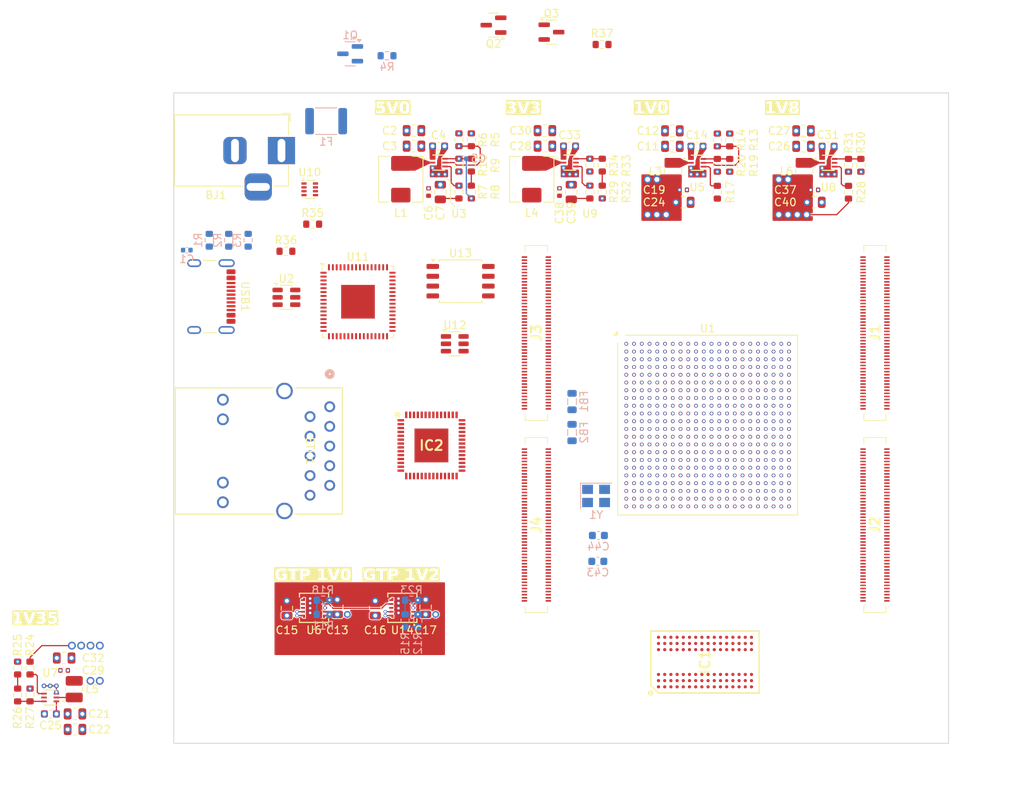
<source format=kicad_pcb>
(kicad_pcb (version 20241229) (generator "pcbnew") (generator_version "9.0")
  (layers (0 "F.Cu" signal) (4 "In1.Cu" signal) (6 "In2.Cu" signal) (8 "In3.Cu" signal) (10 "In4.Cu" signal) (2 "B.Cu" signal) (13 "F.Paste" user) (15 "B.Paste" user) (5 "F.SilkS" user "F.Silkscreen") (7 "B.SilkS" user "B.Silkscreen") (1 "F.Mask" user) (3 "B.Mask" user) (25 "Edge.Cuts" user))
  (net 0 "")
  (net 1 "unconnected-(U1B-VCCO_15-PadG19)")
  (net 2 "unconnected-(U1B-IO_L17P_T2_A26_15-PadN18)")
  (net 3 "unconnected-(U1A-IO_L14P_T2_SRCC_14-PadV18)")
  (net 4 "unconnected-(U1A-VCCO_14-PadP18)")
  (net 5 "unconnected-(U1C-IO_L18P_T2_35-PadL5)")
  (net 6 "unconnected-(U1B-IO_L12P_T1_MRCC_16-PadD17)")
  (net 7 "unconnected-(U1A-VCCO_13-PadY10)")
  (net 8 "/ext_power/FB_5V")
  (net 9 "unconnected-(U1B-IO_0_15-PadJ16)")
  (net 10 "unconnected-(U1D-MGTPTXN0_216-PadA4)")
  (net 11 "unconnected-(U1D-MGTPTXN2_216-PadA6)")
  (net 12 "unconnected-(U1F-M2_0-PadU9)")
  (net 13 "unconnected-(U1B-IO_L4P_T0_16-PadE13)")
  (net 14 "unconnected-(U1C-IO_L12N_T1_MRCC_34-PadW4)")
  (net 15 "unconnected-(U1B-IO_L17N_T2_16-PadA19)")
  (net 16 "unconnected-(U1B-VCCO_16-PadD18)")
  (net 17 "unconnected-(U1A-IO_L22N_T3_A04_D20_14-PadR16)")
  (net 18 "unconnected-(U1C-VCCO_35-PadJ3)")
  (net 19 "unconnected-(U1C-IO_L21P_T3_DQS_34-PadV9)")
  (net 20 "unconnected-(U1F-DONE_0-PadG11)")
  (net 21 "unconnected-(U1A-IO_L3N_T0_DQS_EMCCLK_14-PadV22)")
  (net 22 "unconnected-(U1C-IO_L9P_T1_DQS_34-PadY3)")
  (net 23 "unconnected-(U1C-IO_L21P_T3_DQS_35-PadP5)")
  (net 24 "unconnected-(U1B-IO_L24N_T3_RS0_15-PadM16)")
  (net 25 "unconnected-(U1C-IO_L14N_T2_SRCC_35-PadK3)")
  (net 26 "unconnected-(U1C-IO_L24N_T3_35-PadN5)")
  (net 27 "/ext_power/SW_5V")
  (net 28 "unconnected-(U1C-VCCO_34-PadV6)")
  (net 29 "unconnected-(U1F-CFGBVS_0-PadU8)")
  (net 30 "unconnected-(U1A-IO_L9P_T1_DQS_14-PadY21)")
  (net 31 "unconnected-(U1C-IO_L2P_T0_34-PadU2)")
  (net 32 "unconnected-(U1C-IO_L7N_T1_AD6N_35-PadJ1)")
  (net 33 "unconnected-(U1C-IO_L11P_T1_SRCC_35-PadH3)")
  (net 34 "unconnected-(U1C-IO_L16P_T2_35-PadM3)")
  (net 35 "unconnected-(U1C-IO_L23N_T3_34-PadY7)")
  (net 36 "unconnected-(U1B-VCCO_16-PadE15)")
  (net 37 "unconnected-(U1B-IO_L3P_T0_DQS_16-PadC14)")
  (net 38 "unconnected-(U1B-IO_L18P_T2_A24_15-PadN20)")
  (net 39 "unconnected-(U1B-IO_L21P_T3_DQS_15-PadK17)")
  (net 40 "unconnected-(U1B-IO_L14N_T2_SRCC_16-PadD19)")
  (net 41 "unconnected-(U1B-IO_L13N_T2_MRCC_15-PadK19)")
  (net 42 "unconnected-(U1A-IO_L4N_T0_D05_14-PadU21)")
  (net 43 "unconnected-(U1D-MGTPRXP3_216-PadD9)")
  (net 44 "unconnected-(U1D-MGTPTXN1_216-PadC5)")
  (net 45 "unconnected-(U1D-MGTPRXN1_216-PadC11)")
  (net 46 "unconnected-(U1C-IO_L17P_T2_34-PadR6)")
  (net 47 "unconnected-(U1F-CCLK_0-PadL12)")
  (net 48 "unconnected-(U1F-VCCO_0-PadF12)")
  (net 49 "unconnected-(U1B-IO_L20P_T3_16-PadC22)")
  (net 50 "unconnected-(U1C-IO_L8P_T1_AD14P_35-PadH2)")
  (net 51 "unconnected-(U1B-IO_L24P_T3_RS1_15-PadM15)")
  (net 52 "unconnected-(U1B-IO_L22N_T3_16-PadD22)")
  (net 53 "unconnected-(U1B-IO_L7N_T1_AD2N_15-PadH22)")
  (net 54 "unconnected-(U1C-VCCO_35-PadF2)")
  (net 55 "unconnected-(U1B-VCCO_16-PadF22)")
  (net 56 "unconnected-(U1C-IO_L10P_T1_AD15P_35-PadJ5)")
  (net 57 "unconnected-(U1B-IO_L5P_T0_AD9P_15-PadJ15)")
  (net 58 "/ext_power/EN_5V")
  (net 59 "unconnected-(U1C-IO_L7P_T1_34-PadAA1)")
  (net 60 "unconnected-(U1B-IO_L2P_T0_AD8P_15-PadG15)")
  (net 61 "unconnected-(U1B-VCCO_16-PadC21)")
  (net 62 "unconnected-(U1A-IO_L8P_T1_D11_14-PadAA20)")
  (net 63 "unconnected-(U1B-IO_25_15-PadM17)")
  (net 64 "unconnected-(U1B-IO_L19N_T3_VREF_16-PadC20)")
  (net 65 "unconnected-(U1B-IO_L9N_T1_DQS_AD3N_15-PadK22)")
  (net 66 "unconnected-(U1B-IO_L8N_T1_16-PadB13)")
  (net 67 "/power_reg/PG_5V")
  (net 68 "unconnected-(U1C-VCCO_35-PadM4)")
  (net 69 "unconnected-(U1F-VN_0-PadM9)")
  (net 70 "unconnected-(U1C-IO_L4N_T0_34-PadY2)")
  (net 71 "unconnected-(U1C-IO_L1P_T0_AD4P_35-PadB1)")
  (net 72 "unconnected-(U1B-IO_L22P_T3_16-PadE22)")
  (net 73 "unconnected-(U1A-IO_L24N_T3_A00_D16_14-PadR17)")
  (net 74 "unconnected-(U1B-IO_L19N_T3_A21_VREF_15-PadK14)")
  (net 75 "unconnected-(U1B-IO_L9N_T1_DQS_16-PadA16)")
  (net 76 "unconnected-(U1A-VCCO_14-PadR15)")
  (net 77 "unconnected-(U1C-IO_L1N_T0_AD4N_35-PadA1)")
  (net 78 "unconnected-(U1B-IO_L5N_T0_16-PadD16)")
  (net 79 "unconnected-(U1B-IO_L9P_T1_DQS_AD3P_15-PadK21)")
  (net 80 "unconnected-(U1C-IO_L10N_T1_AD15N_35-PadH5)")
  (net 81 "unconnected-(U1A-IO_L12N_T1_MRCC_14-PadW20)")
  (net 82 "unconnected-(U1C-IO_L9N_T1_DQS_AD7N_35-PadJ2)")
  (net 83 "unconnected-(U1C-IO_L6P_T0_34-PadU3)")
  (net 84 "unconnected-(U1C-IO_L15P_T2_DQS_34-PadW6)")
  (net 85 "unconnected-(U1A-IO_L10P_T1_D14_14-PadAB21)")
  (net 86 "unconnected-(U1C-IO_L5P_T0_34-PadW1)")
  (net 87 "unconnected-(U1B-IO_L23P_T3_16-PadE21)")
  (net 88 "unconnected-(U1C-IO_L24N_T3_34-PadY9)")
  (net 89 "unconnected-(U1C-IO_L13N_T2_MRCC_35-PadJ4)")
  (net 90 "unconnected-(U1B-IO_L1N_T0_AD0N_15-PadG13)")
  (net 91 "unconnected-(U1B-IO_L3N_T0_DQS_16-PadC15)")
  (net 92 "unconnected-(U1C-IO_L21N_T3_DQS_35-PadP4)")
  (net 93 "unconnected-(U1A-IO_L22P_T3_A05_D21_14-PadP15)")
  (net 94 "unconnected-(U1A-IO_L8N_T1_D12_14-PadAA21)")
  (net 95 "unconnected-(U1B-IO_L16N_T2_16-PadA20)")
  (net 96 "unconnected-(U1C-IO_L12N_T1_MRCC_35-PadG4)")
  (net 97 "unconnected-(U1A-IO_L19P_T3_A10_D26_14-PadP14)")
  (net 98 "unconnected-(U1C-IO_L16N_T2_35-PadM2)")
  (net 99 "unconnected-(U1B-IO_L18P_T2_16-PadF19)")
  (net 100 "unconnected-(U1B-IO_L15P_T2_DQS_16-PadF18)")
  (net 101 "unconnected-(U1B-IO_L23N_T3_FWE_B_15-PadK16)")
  (net 102 "unconnected-(U1B-IO_L2N_T0_16-PadE17)")
  (net 103 "unconnected-(U1A-VCCO_14-PadY20)")
  (net 104 "unconnected-(U1C-IO_L22P_T3_34-PadAA8)")
  (net 105 "unconnected-(U1F-TDI_0-PadR13)")
  (net 106 "unconnected-(U1A-VCCO_13-PadV16)")
  (net 107 "unconnected-(U1C-IO_L20N_T3_34-PadAB6)")
  (net 108 "unconnected-(U1B-IO_L6N_T0_VREF_16-PadD15)")
  (net 109 "unconnected-(U1A-IO_L6N_T0_D08_VREF_14-PadT20)")
  (net 110 "unconnected-(U1C-IO_L11P_T1_SRCC_34-PadY4)")
  (net 111 "unconnected-(U1B-IO_25_16-PadF21)")
  (net 112 "unconnected-(U1A-IO_L18P_T2_A12_D28_14-PadU17)")
  (net 113 "unconnected-(U1F-TDO_0-PadU13)")
  (net 114 "unconnected-(U1C-IO_L24P_T3_34-PadW9)")
  (net 115 "unconnected-(U1C-IO_L3P_T0_DQS_AD5P_35-PadE1)")
  (net 116 "unconnected-(U1C-IO_L22N_T3_35-PadN2)")
  (net 117 "unconnected-(U1A-IO_L3P_T0_DQS_PUDC_B_14-PadU22)")
  (net 118 "unconnected-(U1A-IO_L23P_T3_A03_D19_14-PadN13)")
  (net 119 "unconnected-(U1A-IO_L16N_T2_A15_D31_14-PadW17)")
  (net 120 "unconnected-(U1A-VCCO_14-PadU19)")
  (net 121 "unconnected-(U1B-IO_L22P_T3_A17_15-PadL14)")
  (net 122 "unconnected-(U1C-VCCO_34-PadW3)")
  (net 123 "unconnected-(U1B-IO_L13P_T2_MRCC_15-PadK18)")
  (net 124 "unconnected-(U1D-MGTPTXP3_216-PadD7)")
  (net 125 "unconnected-(U1D-MGTPRXP0_216-PadB8)")
  (net 126 "unconnected-(U1C-IO_L17N_T2_35-PadJ6)")
  (net 127 "unconnected-(U1B-IO_L6N_T0_VREF_15-PadH18)")
  (net 128 "unconnected-(U1A-IO_L1P_T0_D00_MOSI_14-PadP22)")
  (net 129 "unconnected-(U1C-IO_L13P_T2_MRCC_34-PadR4)")
  (net 130 "unconnected-(U1B-IO_L12N_T1_MRCC_16-PadC17)")
  (net 131 "unconnected-(U1A-IO_L20N_T3_A07_D23_14-PadT18)")
  (net 132 "unconnected-(U1B-IO_L6P_T0_15-PadH17)")
  (net 133 "unconnected-(U1C-IO_L2P_T0_AD12P_35-PadC2)")
  (net 134 "unconnected-(U1A-VCCO_13-PadAA17)")
  (net 135 "unconnected-(U1C-VCCO_34-PadAB4)")
  (net 136 "unconnected-(U1C-IO_L7P_T1_AD6P_35-PadK1)")
  (net 137 "unconnected-(U1F-INIT_B_0-PadU12)")
  (net 138 "unconnected-(U1C-VCCO_35-PadH6)")
  (net 139 "unconnected-(U1F-TMS_0-PadT13)")
  (net 140 "unconnected-(U1B-IO_L1N_T0_16-PadF14)")
  (net 141 "unconnected-(U1B-VCCO_15-PadL17)")
  (net 142 "unconnected-(U1C-IO_L15N_T2_DQS_34-PadW5)")
  (net 143 "unconnected-(U1A-IO_L7N_T1_D10_14-PadW22)")
  (net 144 "unconnected-(U1F-M0_0-PadU11)")
  (net 145 "unconnected-(U1C-IO_L9N_T1_DQS_34-PadAA3)")
  (net 146 "unconnected-(U1A-IO_L23N_T3_A02_D18_14-PadN14)")
  (net 147 "unconnected-(U1B-VCCO_15-PadJ13)")
  (net 148 "unconnected-(U1B-IO_L24P_T3_16-PadG21)")
  (net 149 "unconnected-(U1B-VCCO_15-PadN21)")
  (net 150 "unconnected-(U1A-IO_L2N_T0_D03_14-PadR21)")
  (net 151 "unconnected-(U1C-IO_L3P_T0_DQS_34-PadR3)")
  (net 152 "unconnected-(U1B-IO_L13P_T2_MRCC_16-PadC18)")
  (net 153 "unconnected-(U1C-IO_L8P_T1_34-PadAB3)")
  (net 154 "unconnected-(U1D-MGTREFCLK0P_216-PadF6)")
  (net 155 "unconnected-(U1D-MGTPTXN3_216-PadC7)")
  (net 156 "unconnected-(U1B-IO_L17N_T2_A25_15-PadN19)")
  (net 157 "unconnected-(U1C-IO_L23P_T3_35-PadM6)")
  (net 158 "unconnected-(U1C-IO_L3N_T0_DQS_AD5N_35-PadD1)")
  (net 159 "unconnected-(U1C-IO_L1P_T0_34-PadT1)")
  (net 160 "unconnected-(U1C-IO_L12P_T1_MRCC_35-PadH4)")
  (net 161 "unconnected-(U1F-DXN_0-PadN9)")
  (net 162 "unconnected-(U1A-IO_L10N_T1_D15_14-PadAB22)")
  (net 163 "unconnected-(U1B-IO_L16P_T2_A28_15-PadM18)")
  (net 164 "unconnected-(U1B-IO_L1P_T0_16-PadF13)")
  (net 165 "unconnected-(U1A-IO_L11P_T1_SRCC_14-PadU20)")
  (net 166 "unconnected-(U1C-IO_0_34-PadT3)")
  (net 167 "unconnected-(U1B-IO_L5P_T0_16-PadE16)")
  (net 168 "unconnected-(U1A-IO_L24P_T3_A01_D17_14-PadP16)")
  (net 169 "unconnected-(U1C-IO_L13N_T2_MRCC_34-PadT4)")
  (net 170 "unconnected-(U1B-IO_L2P_T0_16-PadF16)")
  (net 171 "unconnected-(U1C-IO_L3N_T0_DQS_34-PadR2)")
  (net 172 "unconnected-(U1C-IO_L21N_T3_DQS_34-PadV8)")
  (net 173 "unconnected-(U1D-MGTPRXP2_216-PadB10)")
  (net 174 "unconnected-(U1C-IO_L14N_T2_SRCC_34-PadU5)")
  (net 175 "unconnected-(U1C-IO_L5P_T0_AD13P_35-PadG1)")
  (net 176 "unconnected-(U1E-MGTRREF_216-PadF8)")
  (net 177 "unconnected-(U1A-IO_L17N_T2_A13_D29_14-PadAB18)")
  (net 178 "unconnected-(U1B-IO_L17P_T2_16-PadA18)")
  (net 179 "unconnected-(U1C-IO_L11N_T1_SRCC_35-PadG3)")
  (net 180 "unconnected-(U1B-IO_L22N_T3_A16_15-PadL15)")
  (net 181 "unconnected-(U1F-VCCO_0-PadT12)")
  (net 182 "unconnected-(U1C-IO_L11N_T1_SRCC_34-PadAA4)")
  (net 183 "unconnected-(U1B-IO_L4P_T0_15-PadG17)")
  (net 184 "unconnected-(U1D-MGTPRXN2_216-PadA10)")
  (net 185 "unconnected-(U1D-MGTREFCLK0N_216-PadE6)")
  (net 186 "unconnected-(U1B-IO_L14P_T2_SRCC_15-PadL19)")
  (net 187 "unconnected-(U1C-IO_L14P_T2_SRCC_34-PadT5)")
  (net 188 "unconnected-(U1C-IO_L18N_T2_34-PadAA6)")
  (net 189 "unconnected-(U1C-IO_L6N_T0_VREF_35-PadE3)")
  (net 190 "unconnected-(U1A-IO_L9N_T1_DQS_D13_14-PadY22)")
  (net 191 "unconnected-(U1A-IO_L4P_T0_D04_14-PadT21)")
  (net 192 "unconnected-(U1F-DXP_0-PadN10)")
  (net 193 "unconnected-(U1A-VCCO_13-PadW13)")
  (net 194 "unconnected-(U1C-VCCO_34-PadAA7)")
  (net 195 "unconnected-(U1B-IO_L1P_T0_AD0P_15-PadH13)")
  (net 196 "unconnected-(U1B-IO_L11P_T1_SRCC_16-PadB17)")
  (net 197 "unconnected-(U1C-VCCO_35-PadN1)")
  (net 198 "unconnected-(U1A-IO_L17P_T2_A14_D30_14-PadAA18)")
  (net 199 "unconnected-(U1D-MGTPTXP1_216-PadD5)")
  (net 200 "unconnected-(U1B-IO_L19P_T3_16-PadD20)")
  (net 201 "unconnected-(U1C-IO_0_35-PadF4)")
  (net 202 "unconnected-(U1C-IO_L13P_T2_MRCC_35-PadK4)")
  (net 203 "unconnected-(U1B-IO_L23P_T3_FOE_B_15-PadL16)")
  (net 204 "unconnected-(U1D-MGTPTXP2_216-PadB6)")
  (net 205 "unconnected-(U1C-IO_L2N_T0_34-PadV2)")
  (net 206 "unconnected-(U1B-IO_L11N_T1_SRCC_16-PadB18)")
  (net 207 "unconnected-(U1C-IO_L2N_T0_AD12N_35-PadB2)")
  (net 208 "unconnected-(U1A-IO_L13N_T2_MRCC_14-PadY19)")
  (net 209 "unconnected-(U1B-IO_L15N_T2_DQS_16-PadE18)")
  (net 210 "unconnected-(U1B-IO_L3N_T0_DQS_AD1N_15-PadH14)")
  (net 211 "unconnected-(U1B-IO_L13N_T2_MRCC_16-PadC19)")
  (net 212 "unconnected-(U1C-IO_L18N_T2_35-PadL4)")
  (net 213 "unconnected-(U1C-IO_L22P_T3_35-PadP2)")
  (net 214 "unconnected-(U1B-IO_L23N_T3_16-PadD21)")
  (net 215 "unconnected-(U1A-VCCO_14-PadM14)")
  (net 216 "unconnected-(U1C-IO_L14P_T2_SRCC_35-PadL3)")
  (net 217 "unconnected-(U1B-IO_L6P_T0_16-PadD14)")
  (net 218 "unconnected-(U1G-VCCBATT_0-PadE12)")
  (net 219 "unconnected-(U1B-IO_L8P_T1_16-PadC13)")
  (net 220 "unconnected-(U1B-IO_L16P_T2_16-PadB20)")
  (net 221 "unconnected-(U1C-IO_L20N_T3_35-PadP1)")
  (net 222 "unconnected-(U1C-IO_L19N_T3_VREF_34-PadW7)")
  (net 223 "unconnected-(U1C-IO_L4N_T0_35-PadD2)")
  (net 224 "unconnected-(U1A-IO_L6P_T0_FCS_B_14-PadT19)")
  (net 225 "unconnected-(U1B-IO_L10P_T1_AD11P_15-PadM21)")
  (net 226 "unconnected-(U1B-IO_L20P_T3_A20_15-PadM13)")
  (net 227 "unconnected-(U1B-IO_L21N_T3_DQS_A18_15-PadJ17)")
  (net 228 "unconnected-(U1C-IO_L4P_T0_34-PadW2)")
  (net 229 "unconnected-(U1A-VCCO_14-PadT22)")
  (net 230 "unconnected-(U1C-IO_L16N_T2_34-PadV5)")
  (net 231 "unconnected-(U1B-IO_L21P_T3_DQS_16-PadB21)")
  (net 232 "unconnected-(U1B-IO_L12N_T1_MRCC_15-PadH19)")
  (net 233 "unconnected-(U1B-VCCO_15-PadK20)")
  (net 234 "unconnected-(U1A-IO_L21N_T3_DQS_A06_D22_14-PadP17)")
  (net 235 "unconnected-(U1B-IO_L7P_T1_16-PadB15)")
  (net 236 "unconnected-(U1C-IO_L12P_T1_MRCC_34-PadV4)")
  (net 237 "unconnected-(U1C-IO_L23P_T3_34-PadY8)")
  (net 238 "unconnected-(U1C-IO_25_35-PadL6)")
  (net 239 "unconnected-(U1C-IO_L18P_T2_34-PadY6)")
  (net 240 "unconnected-(U1F-VP_0-PadL10)")
  (net 241 "unconnected-(U1C-IO_L17N_T2_34-PadT6)")
  (net 242 "unconnected-(U1B-VCCO_16-PadA17)")
  (net 243 "unconnected-(U1C-IO_L19N_T3_VREF_35-PadN3)")
  (net 244 "unconnected-(U1B-IO_L8N_T1_AD10N_15-PadG20)")
  (net 245 "unconnected-(U1B-IO_L16N_T2_A27_15-PadL18)")
  (net 246 "unconnected-(U1C-IO_L9P_T1_DQS_AD7P_35-PadK2)")
  (net 247 "unconnected-(U1C-IO_L8N_T1_AD14N_35-PadG2)")
  (net 248 "unconnected-(U1C-IO_L1N_T0_34-PadU1)")
  (net 249 "unconnected-(U1B-IO_L10N_T1_AD11N_15-PadL21)")
  (net 250 "unconnected-(U1D-MGTPRXN3_216-PadC9)")
  (net 251 "unconnected-(U1D-MGTPTXP0_216-PadB4)")
  (net 252 "unconnected-(U1B-IO_L15N_T2_DQS_ADV_B_15-PadM22)")
  (net 253 "unconnected-(U1D-MGTPRXN0_216-PadA8)")
  (net 254 "unconnected-(U1B-IO_0_16-PadF15)")
  (net 255 "unconnected-(U1C-IO_L19P_T3_34-PadV7)")
  (net 256 "unconnected-(U1C-VCCO_35-PadC1)")
  (net 257 "unconnected-(U1F-M1_0-PadU10)")
  (net 258 "unconnected-(U1D-MGTREFCLK1P_216-PadF10)")
  (net 259 "unconnected-(U1A-IO_L18N_T2_A11_D27_14-PadU18)")
  (net 260 "unconnected-(U1B-IO_L11N_T1_SRCC_15-PadJ21)")
  (net 261 "unconnected-(U1C-IO_L20P_T3_35-PadR1)")
  (net 262 "unconnected-(U1B-IO_L14N_T2_SRCC_15-PadL20)")
  (net 263 "unconnected-(U1A-IO_0_14-PadP20)")
  (net 264 "unconnected-(U1A-IO_L5P_T0_D06_14-PadP19)")
  (net 265 "unconnected-(U1A-IO_L15P_T2_DQS_RDWR_B_14-PadAA19)")
  (net 266 "unconnected-(U1B-IO_L18N_T2_A23_15-PadM20)")
  (net 267 "unconnected-(U1B-IO_L14P_T2_SRCC_16-PadE19)")
  (net 268 "unconnected-(U1C-IO_L24P_T3_35-PadP6)")
  (net 269 "unconnected-(U1B-IO_L12P_T1_MRCC_15-PadJ19)")
  (net 270 "unconnected-(U1C-IO_L10N_T1_34-PadAB5)")
  (net 271 "unconnected-(U1B-IO_L10N_T1_16-PadA14)")
  (net 272 "unconnected-(U1C-IO_L4P_T0_35-PadE2)")
  (net 273 "unconnected-(U1A-IO_L2P_T0_D02_14-PadP21)")
  (net 274 "unconnected-(U1B-IO_L10P_T1_16-PadA13)")
  (net 275 "unconnected-(U1B-IO_L8P_T1_AD10P_15-PadH20)")
  (net 276 "unconnected-(U1B-IO_L7P_T1_AD2P_15-PadJ22)")
  (net 277 "unconnected-(U1F-TCK_0-PadV12)")
  (net 278 "unconnected-(U1A-IO_L14N_T2_SRCC_14-PadV19)")
  (net 279 "unconnected-(U1C-IO_L5N_T0_34-PadY1)")
  (net 280 "unconnected-(U1B-IO_L20N_T3_A19_15-PadL13)")
  (net 281 "unconnected-(U1C-IO_L23N_T3_35-PadM5)")
  (net 282 "unconnected-(U1A-IO_L1N_T0_D01_DIN_14-PadR22)")
  (net 283 "unconnected-(U1D-MGTPRXP1_216-PadD11)")
  (net 284 "unconnected-(U1B-IO_L21N_T3_DQS_16-PadA21)")
  (net 285 "unconnected-(U1A-IO_L19N_T3_A09_D25_VREF_14-PadR14)")
  (net 286 "unconnected-(U1C-IO_L15N_T2_DQS_35-PadL1)")
  (net 287 "unconnected-(U1C-IO_L6N_T0_VREF_34-PadV3)")
  (net 288 "unconnected-(U1C-IO_L22N_T3_34-PadAB8)")
  (net 289 "unconnected-(U1A-IO_L7P_T1_D09_14-PadW21)")
  (net 290 "unconnected-(U1B-IO_L9P_T1_DQS_16-PadA15)")
  (net 291 "unconnected-(U1C-VCCO_34-PadT2)")
  (net 292 "unconnected-(U1A-IO_L16P_T2_CSI_B_14-PadV17)")
  (net 293 "unconnected-(U1C-IO_L15P_T2_DQS_35-PadM1)")
  (net 294 "unconnected-(U1C-IO_L20P_T3_34-PadAB7)")
  (net 295 "unconnected-(U1B-VCCO_16-PadB14)")
  (net 296 "unconnected-(U1B-IO_L18N_T2_16-PadF20)")
  (net 297 "unconnected-(U1C-IO_L8N_T1_34-PadAB2)")
  (net 298 "unconnected-(U1B-VCCO_15-PadH16)")
  (net 299 "unconnected-(U1A-IO_L11N_T1_SRCC_14-PadV20)")
  (net 300 "unconnected-(U1B-IO_L24N_T3_16-PadG22)")
  (net 301 "unconnected-(U1C-IO_25_34-PadU7)")
  (net 302 "unconnected-(U1A-IO_L5N_T0_D07_14-PadR19)")
  (net 303 "unconnected-(U1A-IO_L12P_T1_MRCC_14-PadW19)")
  (net 304 "unconnected-(U1F-PROGRAM_B_0-PadN12)")
  (net 305 "unconnected-(U1A-IO_L21P_T3_DQS_14-PadN17)")
  (net 306 "unconnected-(U1C-IO_L7N_T1_34-PadAB1)")
  (net 307 "unconnected-(U1B-IO_L15P_T2_DQS_15-PadN22)")
  (net 308 "unconnected-(U1C-IO_L5N_T0_AD13N_35-PadF1)")
  (net 309 "unconnected-(U1B-IO_L19P_T3_A22_15-PadK13)")
  (net 310 "unconnected-(U1C-IO_L17P_T2_35-PadK6)")
  (net 311 "unconnected-(U1A-IO_L15N_T2_DQS_DOUT_CSO_B_14-PadAB20)")
  (net 312 "unconnected-(U1C-IO_L10P_T1_34-PadAA5)")
  (net 313 "unconnected-(U1A-IO_25_14-PadN15)")
  (net 314 "unconnected-(U1C-VCCO_34-PadR5)")
  (net 315 "unconnected-(U1B-IO_L20N_T3_16-PadB22)")
  (net 316 "unconnected-(U1C-IO_L19P_T3_35-PadN4)")
  (net 317 "unconnected-(U1B-IO_L7N_T1_16-PadB16)")
  (net 318 "unconnected-(U1B-IO_L11P_T1_SRCC_15-PadJ20)")
  (net 319 "unconnected-(U1B-IO_L5N_T0_AD9N_15-PadH15)")
  (net 320 "unconnected-(U1B-IO_L4N_T0_16-PadE14)")
  (net 321 "unconnected-(U1D-MGTREFCLK1N_216-PadE10)")
  (net 322 "unconnected-(U1B-IO_L4N_T0_15-PadG18)")
  (net 323 "unconnected-(U1C-IO_L6P_T0_35-PadF3)")
  (net 324 "unconnected-(U1C-IO_L16P_T2_34-PadU6)")
  (net 325 "unconnected-(U1A-IO_L20P_T3_A08_D24_14-PadR18)")
  (net 326 "unconnected-(U1A-IO_L13P_T2_MRCC_14-PadY18)")
  (net 327 "unconnected-(U1B-IO_L2N_T0_AD8N_15-PadG16)")
  (net 328 "unconnected-(U1B-IO_L3P_T0_DQS_AD1P_15-PadJ14)")
  (net 329 "unconnected-(U1A-VCCO_13-PadAB14)")
  (net 330 "GND")
  (net 731 "Net-(BJ1-Pad1)")
  (net 732 "Net-(USB1-SHIELD)")
  (net 733 "+5V")
  (net 734 "+1V0")
  (net 735 "+1V8")
  (net 736 "+3V3")
  (net 741 "Net-(Q1-D)")
  (net 895 "/ext_power/REG_5V")
  (net 896 "/power_reg/SW_Vccint")
  (net 897 "/power_reg/SW_Vccaux")
  (net 898 "/power_reg/SW_3V3")
  (net 899 "Net-(Q1-G)")
  (net 900 "Net-(USB1-CC2)")
  (net 901 "Net-(USB1-CC1)")
  (net 902 "Net-(Q2-D)")
  (net 903 "Net-(U3-PG)")
  (net 904 "Net-(R8-Pad2)")
  (net 905 "+X3V3")
  (net 906 "/power_reg/PG_Vccint")
  (net 907 "/power_reg/FB_Vccint")
  (net 908 "Net-(R12-Pad2)")
  (net 909 "/power_reg/PG_Vmgtavcc")
  (net 910 "/power_reg/FB_3V3")
  (net 911 "/power_reg/PG_Vccaux")
  (net 912 "/power_reg/PG_3V3")
  (net 913 "Net-(R32-Pad2)")
  (net 914 "/ext_power/USB_DP")
  (net 915 "DP")
  (net 916 "/ext_power/USB_DN")
  (net 917 "DN")
  (net 1017 "+Vmgtavcc")
  (net 1018 "/ext_power/USB_5V")
  (net 1019 "/ext_power/PROT_12V")
  (net 1020 "/fpga_power/XVadc")
  (net 1021 "XGNDadc")
  (net 1022 "+Vmgtavtt")
  (net 1023 "Net-(U10-PR1)")
  (net 1028 "/power_reg/LDO_1V0_ADJ")
  (net 1029 "/power_reg/LDO_1V2_ADJ")
  (net 1033 "+1V35")
  (net 1034 "/power_reg/SW_1V35")
  (net 1035 "/power_reg/FB_1V35")
  (net 1036 "/power_reg/PG_1V35")
  (net 1037 "Net-(R25-Pad2)")
  (footprint "Inductor_SMD:L_1008_2520Metric" (layer "F.Cu") (at 87.1502 127.001526 90)
    (property "Reference" "L5")
    (property "Value" "1uH/2A")
  )
  (footprint "!DF40C:DF40C100DS04V51" (layer "F.Cu") (at 146.797107 105.8 -90)
    (property "Reference" "J4")
    (property "Value" "DF40C-100DS-0.4V_51" (hide yes))
  )
  (footprint "Resistor_SMD:R_0603_1608Metric" (layer "F.Cu") (at 138.3998 59.325 90)
    (property "Reference" "R9")
    (property "Value" "10K")
  )
  (footprint "Capacitor_SMD:C_0805_2012Metric" (layer "F.Cu") (at 121.1 116.392849 90)
    (property "Reference" "C13")
    (property "Value" "10uf/50V")
  )
  (footprint "Capacitor_SMD:C_0603_1608Metric" (layer "F.Cu") (at 84.0752 130.2 180)
    (property "Reference" "C25")
    (property "Value" "0.1uf/50v")
  )
  (footprint "Capacitor_SMD:C_0805_2012Metric" (layer "F.Cu") (at 134.4 62.801652 90)
    (property "Reference" "C7")
    (property "Value" "22uf/25V")
  )
  (footprint "Capacitor_SMD:C_0805_2012Metric" (layer "F.Cu") (at 147.9 56.876652 180)
    (property "Reference" "C28")
    (property "Value" "10uf/50V")
  )
  (footprint "!Misc:SOT6_DRL_TEX" (layer "F.Cu") (at 167.5499 59.023474)
    (property "Reference" "U5")
    (property "Value" "TPS563257DRLR")
  )
  (footprint "Resistor_SMD:R_0603_1608Metric" (layer "F.Cu") (at 170.1498 56.075 90)
    (property "Reference" "R14")
    (property "Value" "51K")
  )
  (footprint "Capacitor_SMD:C_0603_1608Metric" (layer "F.Cu") (at 167.5248 56.9)
    (property "Reference" "C14")
    (property "Value" "0.1uf/50v")
  )
  (footprint "Capacitor_SMD:C_0805_2012Metric" (layer "F.Cu") (at 87.25 130.2)
    (property "Reference" "C21")
    (property "Value" "10uf/50V")
  )
  (footprint "Capacitor_SMD:C_0402_1005Metric" (layer "F.Cu") (at 182.6748 62.523348)
    (property "Reference" "C37")
    (property "Value" "0.1uf")
  )
  (footprint "!Misc:SOT6_DRL_TEX" (layer "F.Cu") (at 151.0999 59.000126)
    (property "Reference" "U9")
    (property "Value" "TPS563257DRLR")
  )
  (footprint "Resistor_SMD:R_0603_1608Metric" (layer "F.Cu") (at 171.7498 59.348348 90)
    (property "Reference" "R19")
    (property "Value" "10K")
  )
  (footprint "Connector_BarrelJack:BarrelJack_Horizontal" (layer "F.Cu") (at 113.9 57.4425)
    (property "Reference" "BJ1")
    (property "Value" "Barral_Jack_12V")
  )
  (footprint "Capacitor_SMD:C_0805_2012Metric" (layer "F.Cu") (at 131 54.876652 180)
    (property "Reference" "C2")
    (property "Value" "10uf/50V")
  )
  (footprint "!DF40C:DF40C100DS04V51" (layer "F.Cu") (at 190.497107 105.8 -90)
    (property "Reference" "J2")
    (property "Value" "DF40C-100DS-0.4V_51" (hide yes))
  )
  (footprint "!Mem:BGA96C80P9X16_800X1400X120" (layer "F.Cu") (at 168.557107 123.5 90)
    (property "Reference" "IC1")
    (property "Value" "MT41K128M16JT-125_K" (hide yes))
  )
  (footprint "Capacitor_SMD:C_0805_2012Metric" (layer "F.Cu") (at 132.5 116.392849 90)
    (property "Reference" "C17")
    (property "Value" "10uf/50V")
  )
  (footprint "Resistor_SMD:R_0603_1608Metric" (layer "F.Cu") (at 117.925 66.95)
    (property "Reference" "R35")
    (property "Value" "43K")
  )
  (footprint "Resistor_SMD:R_0603_1608Metric" (layer "F.Cu") (at 155.275 43.75)
    (property "Reference" "R37")
    (property "Value" "10K")
  )
  (footprint "Capacitor_SMD:C_0402_1005Metric" (layer "F.Cu") (at 132.88 62.801652 90)
    (property "Reference" "C6")
    (property "Value" "0.1uf")
  )
  (footprint "Resistor_SMD:R_0603_1608Metric" (layer "F.Cu") (at 187.0748 59.348348 -90)
    (property "Reference" "R31")
    (property "Value" "10K")
  )
  (footprint "!Misc:SOT6_DRL_TEX" (layer "F.Cu") (at 84.0501 128.076526 180)
    (property "Reference" "U7")
    (property "Value" "TPS563257DRLR")
  )
  (footprint "Package_TO_SOT_SMD:SOT-23-6" (layer "F.Cu") (at 114.5375 76.4)
    (property "Reference" "U2")
    (property "Value" "USBLC6-2SC6")
  )
  (footprint "Resistor_SMD:R_0603_1608Metric" (layer "F.Cu") (at 155.2998 59.325 90)
    (property "Reference" "R33")
    (property "Value" "30K")
  )
  (footprint "Resistor_SMD:R_0603_1608Metric" (layer "F.Cu") (at 114.475 70.45)
    (property "Reference" "R36")
    (property "Value" "100K")
  )
  (footprint "Resistor_SMD:R_0603_1608Metric" (layer "F.Cu") (at 79.8502 124.275 -90)
    (property "Reference" "R25")
    (property "Value" "20K")
  )
  (footprint "Capacitor_SMD:C_0805_2012Metric" (layer "F.Cu") (at 164.35 54.9 180)
    (property "Reference" "C12")
    (property "Value" "10uf/50V")
  )
  (footprint "Resistor_SMD:R_0603_1608Metric" (layer "F.Cu") (at 138.3998 62.801652 90)
    (property "Reference" "R8")
    (property "Value" "150K")
  )
  (footprint "Capacitor_SMD:C_0805_2012Metric" (layer "F.Cu") (at 182.6748 64.123348)
    (property "Reference" "C40")
    (property "Value" "22uf/25V")
  )
  (footprint "!DF40C:DF40C100DS04V51" (layer "F.Cu") (at 190.497107 81 -90)
    (property "Reference" "J1")
    (property "Value" "DF40C-100DS-0.4V_51" (hide yes))
  )
  (footprint "Capacitor_SMD:C_0805_2012Metric" (layer "F.Cu") (at 114.6 116.55 90)
    (property "Reference" "C15")
    (property "Value" "10uf/50V")
  )
  (footprint "Package_TO_SOT_SMD:SOT-23" (layer "F.Cu") (at 148.7375 42.15)
    (property "Reference" "Q3")
    (property "Value" "AO3401A")
  )
  (footprint "Resistor_SMD:R_0603_1608Metric" (layer "F.Cu") (at 170.15 62.825 -90)
    (property "Reference" "R17")
    (property "Value" "10K")
  )
  (footprint "Capacitor_SMD:C_0805_2012Metric" (layer "F.Cu") (at 126 116.55 90)
    (property "Reference" "C16")
    (property "Value" "10uf/50V")
  )
  (footprint "Resistor_SMD:R_0603_1608Metric" (layer "F.Cu") (at 136.7998 59.325 -90)
    (property "Reference" "R10")
    (property "Value" "20K")
  )
  (footprint "Capacitor_SMD:C_0603_1608Metric" (layer "F.Cu") (at 134.1748 56.876652)
    (property "Reference" "C4")
    (property "Value" "0.1uf/50v")
  )
  (footprint "!Misc:HR911130A_HAN" (layer "F.Cu") (at 120.125401 90.525879 -90)
    (property "Reference" "ETH1")
    (property "Value" "HR911130A")
  )
  (footprint "Capacitor_SMD:C_0805_2012Metric" (layer "F.Cu") (at 87.25 132.2)
    (property "Reference" "C22")
    (property "Value" "10uf/50V")
  )
  (footprint "Package_TO_SOT_SMD:SOT-583-8" (layer "F.Cu") (at 117.547742 62.45)
    (property "Reference" "U10")
    (property "Value" "TPS2116DRLR")
  )
  (footprint "!Misc:SOT6_DRL_TEX" (layer "F.Cu") (at 184.4749 59.023474)
    (property "Reference" "U8")
    (property "Value" "TPS563257DRLR")
  )
  (footprint "!DF40C:DF40C100DS04V51" (layer "F.Cu") (at 146.797107 81 -90)
    (property "Reference" "J3")
    (property "Value" "DF40C-100DS-0.4V_51" (hide yes))
  )
  (footprint "Capacitor_SMD:C_0402_1005Metric" (layer "F.Cu") (at 165.7498 62.523348)
    (property "Reference" "C19")
    (property "Value" "0.1uf")
  )
  (footprint "Resistor_SMD:R_0603_1608Metric" (layer "F.Cu") (at 81.45 124.275 90)
    (property "Reference" "R24")
    (property "Value" "10K")
  )
  (footprint "Capacitor_SMD:C_0402_1005Metric" (layer "F.Cu") (at 85.8502 124.576652 180)
    (property "Reference" "C29")
    (property "Value" "0.1uf")
  )
  (footprint "Capacitor_SMD:C_0402_1005Metric" (layer "F.Cu") (at 149.78 62.801652 90)
    (property "Reference" "C38")
    (property "Value" "0.1uf")
  )
  (footprint "Inductor_SMD:L_1008_2520Metric" (layer "F.Cu") (at 181.3748 60.098474 -90)
    (property "Reference" "L6")
    (property "Value" "2.2uH/2A")
  )
  (footprint "Package_SO:SOIC-8_5.3x5.3mm_P1.27mm" (layer "F.Cu") (at 137.0125 74.315)
    (property "Reference" "U13")
    (property "Value" "MX25L3233FM2")
  )
  (footprint "!Misc:DFN10_3X3_INR" (layer "F.Cu") (at 118.1 116.5 180)
    (property "Reference" "U6")
    (property "Value" "ISL80103IRAJZ-TK")
  )
  (footprint "Resistor_SMD:R_0603_1608Metric" (layer "F.Cu") (at 155.2998 62.801652 90)
    (property "Reference" "R32")
    (property "Value" "15K")
  )
  (footprint "Capacitor_SMD:C_0805_2012Metric" (layer "F.Cu") (at 165.7498 64.123348)
    (property "Reference" "C24")
    (property "Value" "22uf/25V")
  )
  (footprint "Resistor_SMD:R_0603_1608Metric" (layer "F.Cu") (at 81.4502 127.751652 90)
    (property "Reference" "R27")
    (property "Value" "20K")
  )
  (footprint "!Misc:USB_C_Receptacle_GCT_USB4105-xx-A_16P_TopMnt_Horizontal" (layer "F.Cu") (at 103.71 76.3 -90)
    (property "Reference" "USB1")
    (property "Value" "USB_C_Receptacle_USB2.0_16P")
  )
  (footprint "!Xilinx:Xilinx_FGG484" (layer "F.Cu") (at 168.9 92.9)
    (property "Reference" "U1")
    (property "Value" "XC7A50T-FGG484")
  )
  (footprint "Inductor_SMD:L_1008_2520Metric" (layer "F.Cu") (at 164.4498 60.098474 -90)
    (property "Reference" "L3")
    (property "Value" "1uH/2A")
  )
  (footprint "Resistor_SMD:R_0603_1608Metric" (layer "F.Cu") (at 153.7 62.801652 -90)
    (property "Reference" "R29")
    (property "Value" "10K")
  )
  (footprint "Resistor_SMD:R_0603_1608Metric" (layer "F.Cu") (at 171.7498 56.075 -90)
    (property "Reference" "R13")
    (property "Value" "150K")
  )
  (footprint "Inductor_SMD:L_Sunlord_MWSA0518S" (layer "F.Cu") (at 146.2 61.15 -90)
    (property "Reference" "L4")
    (property "Value" "2.2uH/5A")
  )
  (footprint "!Misc:FT2232HQ" (layer "F.Cu") (at 123.775 76.97)
    (property "Reference" "U11")
    (property "Value" "FT2232HQ")
  )
  (footprint "Capacitor_SMD:C_0603_1608Metric" (layer "F.Cu") (at 151.0748 56.876652)
    (property "Reference" "C33")
    (property "Value" "0.1uf/50v")
  )
  (footprint "Capacitor_SMD:C_0805_2012Metric" (layer "F.Cu") (at 151.3 62.801652 90)
    (property "Reference" "C39")
    (property "Value" "22uf/25V")
  )
  (footprint "Inductor_SMD:L_Sunlord_MWSA0518S" (layer "F.Cu") (at 129.3 61.15 -90)
    (property "Reference" "L1")
    (property "Value" "2.2uH/5A")
  )
  (footprint "Package_TO_SOT_SMD:SOT-23" (layer "F.Cu") (at 141.2625 41.25 180)
    (property "Reference" "Q2")
    (property "Value" "AO3400A")
  )
  (footprint "Package_TO_SOT_SMD:SOT-23-6" (layer "F.Cu") (at 136.2625 82.4)
    (property "Reference" "U12")
    (property "Value" "93LC56BT-I/OT")
  )
  (footprint "Capacitor_SMD:C_0805_2012Metric" (layer "F.Cu") (at 181.275 54.9 180)
    (property "Reference" "C27")
    (property "Value" "10uf/50V")
  )
  (footprint "!Misc:SOT6_DRL_TEX" (layer "F.Cu") (at 134.1999 59.000126)
    (property "Reference" "U3")
    (property "Value" "TPS563257DRLR")
  )
  (footprint "Resistor_SMD:R_0603_1608Metric" (layer "F.Cu") (at 79.8502 127.751652 -90)
    (property "Reference" "R26")
    (property "Value" "4.99K")
  )
  (footprint "Capacitor_SMD:C_0805_2012Metric" (layer "F.Cu") (at 181.275 56.9 180)
    (property "Reference" "C26")
    (property "Value" "10uf/50V")
  )
  (footprint "Capacitor_SMD:C_0805_2012Metric" (layer "F.Cu") (at 147.9 54.876652 180)
    (property "Reference" "C30")
    (property "Value" "10uf/50V")
  )
  (footprint "Resistor_SMD:R_0603_1608Metric" (layer "F.Cu") (at 187.075 62.825 -90)
    (property "Reference" "R28")
    (property "Value" "10K")
  )
  (footprint "Capacitor_SMD:C_0603_1608Metric" (layer "F.Cu") (at 184.4498 56.9)
    (property "Reference" "C31")
    (property "Value" "0.1uf/50v")
  )
  (footprint "Resistor_SMD:R_0603_1608Metric" (layer "F.Cu") (at 138.3998 56.051652 -90)
    (property "Reference" "R5")
    (property "Value" "100K")
  )
  (footprint "Resistor_SMD:R_0603_1608Metric" (layer "F.Cu") (at 170.1498 59.348348 -90)
    (property "Reference" "R20")
    (property "Value" "15K")
  )
  (footprint "Resistor_SMD:R_0603_1608Metric" (layer "F.Cu") (at 188.6748 59.348348 90)
    (property "Reference" "R30")
    (property "Value" "20K")
  )
  (footprint "Resistor_SMD:R_0603_1608Metric" (layer "F.Cu") (at 153.6998 59.325 -90)
    (property "Reference" "R34")
    (property "Value" "10K")
  )
  (footprint "!Misc:88E1512-A0-NNP2C000" (layer "F.Cu") (at 133.25 95.528679)
    (property "Reference" "IC2")
    (property "Value" "88E1512-A0-NNP2C000" (hide yes))
  )
  (footprint "Capacitor_SMD:C_0805_2012Metric" (layer "F.Cu") (at 85.8502 122.976652 180)
    (property "Reference" "C32")
    (property "Value" "22uf/25V")
  )
  (footprint "!Misc:DFN10_3X3_INR" (layer "F.Cu") (at 129.5 116.5 180)
    (property "Reference" "U14")
    (property "Value" "ISL80103IRAJZ-TK")
  )
  (footprint "Capacitor_SMD:C_0805_2012Metric" (layer "F.Cu") (at 164.35 56.9 180)
    (property "Reference" "C11")
    (property "Value" "10uf/50V")
  )
  (footprint "Resistor_SMD:R_0603_1608Metric" (layer "F.Cu") (at 136.7998 56.051652 90)
    (property "Reference" "R6")
    (property "Value" "20K")
  )
  (footprint "Resistor_SMD:R_0603_1608Metric" (layer "F.Cu") (at 136.8 62.801652 -90)
    (property "Reference" "R7")
    (property "Value" "10K")
  )
  (footprint "Capacitor_SMD:C_0805_2012Metric" (layer "F.Cu") (at 131 56.876652 180)
    (property "Reference" "C3")
    (property "Value" "10uf/50V")
  )
  (footprint "Capacitor_SMD:C_0603_1608Metric" (layer "B.Cu") (at 154.8 107.15675)
    (property "Reference" "C44")
    (property "Value" "30pf")
  )
  (footprint "Crystal:Crystal_SMD_3225-4Pin_3.2x2.5mm" (layer "B.Cu") (at 154.5 102.04675)
    (property "Reference" "Y1")
    (property "Value" "12MHz/20pf")
  )
  (footprint "Resistor_SMD:R_0603_1608Metric" (layer "B.Cu") (at 129.85 118.167849 90)
    (property "Reference" "R15")
    (property "Value" "2.7K")
  )
  (footprint "Fuse:Fuse_1812_4532Metric" (layer "B.Cu") (at 119.6625 53.65)
    (property "Reference" "F1")
    (property "Value" "2A")
  )
  (footprint "Package_TO_SOT_SMD:SOT-23" (layer "B.Cu") (at 122.7625 44.95 180)
    (property "Reference" "Q1")
    (property "Value" "AO3401A")
  )
  (footprint "Resistor_SMD:R_0603_1608Metric" (layer "B.Cu") (at 130.675 115.5)
    (property "Reference" "R23")
    (property "Value" "5.1K")
  )
  (footprint "Capacitor_SMD:C_0603_1608Metric" (layer "B.Cu") (at 154.725 110.49675)
    (property "Reference" "C43")
    (property "Value" "30pf")
  )
  (footprint "Capacitor_SMD:C_0402_1005Metric" (layer "B.Cu") (at 137.28 58.5 180)
    (property "Reference" "C5")
    (property "Value" "33pf")
  )
  (footprint "Capacitor_SMD:C_0402_1005Metric" (layer "B.Cu") (at 101.68 70.3)
    (property "Reference" "C1")
    (property "Value" "0.1uf")
  )
  (footprint "Resistor_SMD:R_0603_1608Metric" (layer "B.Cu") (at 119.275 117.342849 180)
    (property "Reference" "R11")
    (property "Value" "5.1K")
  )
  (footprint "Inductor_SMD:L_0805_2012Metric" (layer "B.Cu") (at 151.4 93.8625 90)
    (property "Reference" "FB2")
    (property "Value" "FB_600_805")
  )
  (footprint "Inductor_SMD:L_0805_2012Metric" (layer "B.Cu") (at 151.4 89.8625 90)
    (property "Reference" "FB1")
    (property "Value" "FB_600_805")
  )
  (footprint "Resistor_SMD:R_0603_1608Metric" (layer "B.Cu") (at 104.58 69.025 -90)
    (property "Reference" "R1")
    (property "Value" "10M")
  )
  (footprint "Resistor_SMD:R_0603_1608Metric" (layer "B.Cu") (at 119.275 115.5)
    (property "Reference" "R18")
    (property "Value" "5.1K")
  )
  (footprint "Resistor_SMD:R_0603_1608Metric" (layer "B.Cu") (at 131.5 118.167849 -90)
    (property "Reference" "R12")
    (property "Value" "2.4K")
  )
  (footprint "Resistor_SMD:R_0603_1608Metric" (layer "B.Cu") (at 109.6 69.025 -90)
    (property "Reference" "R3")
    (property "Value" "5.1K")
  )
  (footprint "Resistor_SMD:R_0603_1608Metric" (layer "B.Cu") (at 107.09 69.025 -90)
    (property "Reference" "R2")
    (property "Value" "5.1K")
  )
  (footprint "Resistor_SMD:R_0603_1608Metric" (layer "B.Cu") (at 127.525 45.2)
    (property "Reference" "R4")
    (property "Value" "10K")
  )
  (gr_line (start 135.6925 64.05) (end 136.2925 64.65) (stroke (width 0.1)) (layer "F.SilkS"))
  (gr_line (start 135.6925 61.5) (end 135.2425 61.05) (stroke (width 0.1)) (layer "F.SilkS"))
  (gr_line (start 135.6925 64.05) (end 135.6925 61.5) (stroke (width 0.1)) (layer "F.SilkS"))
  (gr_rect (start 100 50) (end 200 134) (stroke (width 0.1)) (fill no) (layer "Edge.Cuts"))
  (gr_text "1V8" (at 176.230164 52.9 0) (layer "F.SilkS" knockout) (effects (font (size 1.5 1.5) (thickness 0.3) (bold yes)) (justify left bottom)))
  (gr_text "1V0" (at 159.305164 52.9 0) (layer "F.SilkS" knockout) (effects (font (size 1.5 1.5) (thickness 0.3) (bold yes)) (justify left bottom)))
  (gr_text "GTP 1V0" (at 113 113.2 0) (layer "F.SilkS" knockout) (effects (font (size 1.5 1.5) (thickness 0.3) (bold yes)) (justify left bottom)))
  (gr_text "GTP 1V2" (at 124.4 113.2 0) (layer "F.SilkS" knockout) (effects (font (size 1.5 1.5) (thickness 0.3) (bold yes)) (justify left bottom)))
  (gr_text "3V3" (at 142.855164 52.9 0) (layer "F.SilkS" knockout) (effects (font (size 1.5 1.5) (thickness 0.3) (bold yes)) (justify left bottom)))
  (gr_text "1V35" (at 79.0875 118.8 0) (layer "F.SilkS" knockout) (effects (font (size 1.5 1.5) (thickness 0.3) (bold yes)) (justify left bottom)))
  (gr_text "5V0" (at 125.955164 52.9 0) (layer "F.SilkS" knockout) (effects (font (size 1.5 1.5) (thickness 0.3) (bold yes)) (justify left bottom)))
  (via (at 167.4 102.4) (size 0.45) (drill 0.3) (layers "F.Cu" "B.Cu") (net 0))
  (via (at 171.4 100.4) (size 0.45) (drill 0.3) (layers "F.Cu" "B.Cu") (net 0))
  (via (at 172.4 103.4) (size 0.45) (drill 0.3) (layers "F.Cu" "B.Cu") (net 0))
  (via (at 169.4 100.399999) (size 0.45) (drill 0.3) (layers "F.Cu" "B.Cu") (net 0))
  (via (at 167.4 103.4) (size 0.45) (drill 0.3) (layers "F.Cu" "B.Cu") (net 0))
  (via (at 172.4 100.4) (size 0.45) (drill 0.3) (layers "F.Cu" "B.Cu") (net 0))
  (via (at 170.4 101.4) (size 0.45) (drill 0.3) (layers "F.Cu" "B.Cu") (net 0))
  (via (at 174.4 101.4) (size 0.45) (drill 0.3) (layers "F.Cu" "B.Cu") (net 0))
  (via (at 173.4 102.4) (size 0.45) (drill 0.3) (layers "F.Cu" "B.Cu") (net 0))
  (via (at 168.4 103.4) (size 0.45) (drill 0.3) (layers "F.Cu" "B.Cu") (net 0))
  (via (at 170.4 103.4) (size 0.45) (drill 0.3) (layers "F.Cu" "B.Cu") (net 0))
  (via (at 168.4 100.399999) (size 0.45) (drill 0.3) (layers "F.Cu" "B.Cu") (net 0))
  (via (at 169.4 101.4) (size 0.45) (drill 0.3) (layers "F.Cu" "B.Cu") (net 0))
  (via (at 171.4 99.4) (size 0.45) (drill 0.3) (layers "F.Cu" "B.Cu") (net 0))
  (via (at 173.4 98.4) (size 0.45) (drill 0.3) (layers "F.Cu" "B.Cu") (net 0))
  (via (at 172.4 102.4) (size 0.45) (drill 0.3) (layers "F.Cu" "B.Cu") (net 0))
  (via (at 168.4 101.4) (size 0.45) (drill 0.3) (layers "F.Cu" "B.Cu") (net 0))
  (via (at 173.4 100.399999) (size 0.45) (drill 0.3) (layers "F.Cu" "B.Cu") (net 0))
  (via (at 171.4 101.400001) (size 0.45) (drill 0.3) (layers "F.Cu" "B.Cu") (net 0))
  (via (at 172.4 99.4) (size 0.45) (drill 0.3) (layers "F.Cu" "B.Cu") (net 0))
  (via (at 171.399999 97.4) (size 0.45) (drill 0.3) (layers "F.Cu" "B.Cu") (net 0))
  (via (at 174.4 103.4) (size 0.45) (drill 0.3) (layers "F.Cu" "B.Cu") (net 0))
  (via (at 172.4 98.4) (size 0.45) (drill 0.3) (layers "F.Cu" "B.Cu") (net 0))
  (via (at 170.4 102.4) (size 0.45) (drill 0.3) (layers "F.Cu" "B.Cu") (net 0))
  (via (at 169.4 103.4) (size 0.45) (drill 0.3) (layers "F.Cu" "B.Cu") (net 0))
  (via (at 173.4 103.4) (size 0.45) (drill 0.3) (layers "F.Cu" "B.Cu") (net 0))
  (via (at 170.4 99.4) (size 0.45) (drill 0.3) (layers "F.Cu" "B.Cu") (net 0))
  (via (at 167.4 100.4) (size 0.45) (drill 0.3) (layers "F.Cu" "B.Cu") (net 0))
  (via (at 166.4 102.399999) (size 0.45) (drill 0.3) (layers "F.Cu" "B.Cu") (net 0))
  (via (at 173.4 101.4) (size 0.45) (drill 0.3) (layers "F.Cu" "B.Cu") (net 0))
  (via (at 172.4 97.4) (size 0.45) (drill 0.3) (layers "F.Cu" "B.Cu") (net 0))
  (via (at 168.4 102.4) (size 0.45) (drill 0.3) (layers "F.Cu" "B.Cu") (net 0))
  (via (at 171.4 102.399999) (size 0.45) (drill 0.3) (layers "F.Cu" "B.Cu") (net 0))
  (via (at 173.4 97.4) (size 0.45) (drill 0.3) (layers "F.Cu" "B.Cu") (net 0))
  (via (at 167.4 99.4) (size 0.45) (drill 0.3) (layers "F.Cu" "B.Cu") (net 0))
  (via (at 176.399999 88.4) (size 0.45) (drill 0.3) (layers "F.Cu" "B.Cu") (net 1))
  (via (at 175.4 94.4) (size 0.45) (drill 0.3) (layers "F.Cu" "B.Cu") (net 2))
  (via (at 175.4 99.4) (size 0.45) (drill 0.3) (layers "F.Cu" "B.Cu") (net 3))
  (via (at 175.4 95.4) (size 0.45) (drill 0.3) (layers "F.Cu" "B.Cu") (net 4))
  (via (at 162.4 92.400001) (size 0.45) (drill 0.3) (layers "F.Cu" "B.Cu") (net 5))
  (via (at 174.4 85.4) (size 0.45) (drill 0.3) (layers "F.Cu" "B.Cu") (net 6))
  (via (at 167.4 101.4) (size 0.45) (drill 0.3) (layers "F.Cu" "B.Cu") (net 7))
  (segment (start 136.7998 58.5) (end 135.025 58.5) (width 0.156464) (layer "F.Cu") (net 8))
  (segment (start 136.7998 58.5) (end 138.3998 58.5) (width 0.156464) (layer "F.Cu") (net 8))
  (via (at 136.7998 58.5) (size 0.6) (drill 0.3) (layers "F.Cu" "B.Cu") (net 8))
  (via (at 173.4 90.400001) (size 0.45) (drill 0.3) (layers "F.Cu" "B.Cu") (net 9))
  (via (at 161.4 82.4) (size 0.45) (drill 0.3) (layers "F.Cu" "B.Cu") (net 10))
  (via (at 163.4 82.4) (size 0.45) (drill 0.3) (layers "F.Cu" "B.Cu") (net 11))
  (via (at 166.4 98.4) (size 0.45) (drill 0.3) (layers "F.Cu" "B.Cu") (net 12))
  (via (at 170.4 86.4) (size 0.45) (drill 0.3) (layers "F.Cu" "B.Cu") (net 13))
  (via (at 161.4 100.4) (size 0.45) (drill 0.3) (layers "F.Cu" "B.Cu") (net 14))
  (via (at 176.4 82.4) (size 0.45) (drill 0.3) (layers "F.Cu" "B.Cu") (net 15))
  (via (at 175.4 85.4) (size 0.45) (drill 0.3) (layers "F.Cu" "B.Cu") (net 16))
  (via (at 173.4 96.4) (size 0.45) (drill 0.3) (layers "F.Cu" "B.Cu") (net 17))
  (via (at 160.399999 90.4) (size 0.45) (drill 0.3) (layers "F.Cu" "B.Cu") (net 18))
  (via (at 166.4 99.4) (size 0.45) (drill 0.3) (layers "F.Cu" "B.Cu") (net 19))
  (via (at 168.4 88.4) (size 0.45) (drill 0.3) (layers "F.Cu" "B.Cu") (net 20))
  (via (at 179.4 99.4) (size 0.45) (drill 0.3) (layers "F.Cu" "B.Cu") (net 21))
  (via (at 160.4 101.4) (size 0.45) (drill 0.3) (layers "F.Cu" "B.Cu") (net 22))
  (via (at 162.4 95.4) (size 0.45) (drill 0.3) (layers "F.Cu" "B.Cu") (net 23))
  (via (at 173.4 93.4) (size 0.45) (drill 0.3) (layers "F.Cu" "B.Cu") (net 24))
  (via (at 160.4 91.4) (size 0.45) (drill 0.3) (layers "F.Cu" "B.Cu") (net 25))
  (via (at 162.4 94.4) (size 0.45) (drill 0.3) (layers "F.Cu" "B.Cu") (net 26))
  (via (at 163.4 99.4) (size 0.45) (drill 0.3) (layers "F.Cu" "B.Cu") (net 28))
  (via (at 165.4 98.4) (size 0.45) (drill 0.3) (layers "F.Cu" "B.Cu") (net 29))
  (via (at 178.4 101.4) (size 0.45) (drill 0.3) (layers "F.Cu" "B.Cu") (net 30))
  (via (at 159.4 98.4) (size 0.45) (drill 0.3) (layers "F.Cu" "B.Cu") (net 31))
  (via (at 158.4 90.4) (size 0.45) (drill 0.3) (layers "F.Cu" "B.Cu") (net 32))
  (via (at 160.4 89.4) (size 0.45) (drill 0.3) (layers "F.Cu" "B.Cu") (net 33))
  (via (at 160.4 93.4) (size 0.45) (drill 0.3) (layers "F.Cu" "B.Cu") (net 34))
  (via (at 164.4 101.4) (size 0.45) (drill 0.3) (layers "F.Cu" "B.Cu") (net 35))
  (via (at 172.4 86.4) (size 0.45) (drill 0.3) (layers "F.Cu" "B.Cu") (net 36))
  (via (at 171.4 84.399999) (size 0.45) (drill 0.3) (layers "F.Cu" "B.Cu") (net 37))
  (via (at 177.4 94.4) (size 0.45) (drill 0.3) (layers "F.Cu" "B.Cu") (net 38))
  (via (at 174.4 91.4) (size 0.45) (drill 0.3) (layers "F.Cu" "B.Cu") (net 39))
  (via (at 176.4 85.4) (size 0.45) (drill 0.3) (layers "F.Cu" "B.Cu") (net 40))
  (via (at 176.4 91.4) (size 0.45) (drill 0.3) (layers "F.Cu" "B.Cu") (net 41))
  (via (at 178.4 98.4) (size 0.45) (drill 0.3) (layers "F.Cu" "B.Cu") (net 42))
  (via (at 166.4 85.4) (size 0.45) (drill 0.3) (layers "F.Cu" "B.Cu") (net 43))
  (via (at 162.4 84.399999) (size 0.45) (drill 0.3) (layers "F.Cu" "B.Cu") (net 44))
  (via (at 168.4 84.4) (size 0.45) (drill 0.3) (layers "F.Cu" "B.Cu") (net 45))
  (via (at 163.4 96.4) (size 0.45) (drill 0.3) (layers "F.Cu" "B.Cu") (net 46))
  (via (at 169.4 92.4) (size 0.45) (drill 0.3) (layers "F.Cu" "B.Cu") (net 47))
  (via (at 169.4 87.4) (size 0.45) (drill 0.3) (layers "F.Cu" "B.Cu") (net 48))
  (via (at 179.4 84.4) (size 0.45) (drill 0.3) (layers "F.Cu" "B.Cu") (net 49))
  (via (at 159.4 89.4) (size 0.45) (drill 0.3) (layers "F.Cu" "B.Cu") (net 50))
  (via (at 172.4 93.4) (size 0.45) (drill 0.3) (layers "F.Cu" "B.Cu") (net 51))
  (via (at 179.4 85.4) (size 0.45) (drill 0.3) (layers "F.Cu" "B.Cu") (net 52))
  (via (at 179.4 89.4) (size 0.45) (drill 0.3) (layers "F.Cu" "B.Cu") (net 53))
  (via (at 159.4 87.4) (size 0.45) (drill 0.3) (layers "F.Cu" "B.Cu") (net 54))
  (via (at 179.4 87.4) (size 0.45) (drill 0.3) (layers "F.Cu" "B.Cu") (net 55))
  (via (at 162.4 90.4) (size 0.45) (drill 0.3) (layers "F.Cu" "B.Cu") (net 56))
  (via (at 172.4 90.4) (size 0.45) (drill 0.3) (layers "F.Cu" "B.Cu") (net 57))
  (segment (start 136.173474 59.000126) (end 135 59.000126) (width 0.156464) (layer "F.Cu") (net 58))
  (segment (start 139.55 57.176652) (end 139.55 58.876652) (width 0.156464) (layer "F.Cu") (net 58))
  (segment (start 139.1 59.326652) (end 136.5 59.326652) (width 0.156464) (layer "F.Cu") (net 58))
  (segment (start 136.5 59.326652) (end 136.173474 59.000126) (width 0.156464) (layer "F.Cu") (net 58))
  (segment (start 139.25 56.876652) (end 139.55 57.176652) (width 0.156464) (layer "F.Cu") (net 58))
  (segment (start 139.55 58.876652) (end 139.1 59.326652) (width 0.156464) (layer "F.Cu") (net 58))
  (segment (start 138.3998 56.876652) (end 139.25 56.876652) (width 0.156464) (layer "F.Cu") (net 58))
  (segment (start 138.3998 56.876652) (end 136.7998 56.876652) (width 0.156464) (layer "F.Cu") (net 58))
  (via (at 136.7998 56.876652) (size 0.6) (drill 0.3) (layers "F.Cu" "B.Cu") (net 58))
  (via (at 158.4 102.4) (size 0.45) (drill 0.3) (layers "F.Cu" "B.Cu") (net 59))
  (via (at 172.4 88.4) (size 0.45) (drill 0.3) (layers "F.Cu" "B.Cu") (net 60))
  (via (at 178.4 84.4) (size 0.45) (drill 0.3) (layers "F.Cu" "B.Cu") (net 61))
  (via (at 177.4 102.4) (size 0.45) (drill 0.3) (layers "F.Cu" "B.Cu") (net 62))
  (via (at 174.4 93.4) (size 0.45) (drill 0.3) (layers "F.Cu" "B.Cu") (net 63))
  (via (at 177.4 84.4) (size 0.45) (drill 0.3) (layers "F.Cu" "B.Cu") (net 64))
  (via (at 179.4 91.4) (size 0.45) (drill 0.3) (layers "F.Cu" "B.Cu") (net 65))
  (via (at 170.4 83.4) (size 0.45) (drill 0.3) (layers "F.Cu" "B.Cu") (net 66))
  (segment (start 169.85 59.35) (end 169.523474 59.023474) (width 0.156464) (layer "F.Cu") (net 67))
  (segment (start 171.7498 56.9) (end 172.6 56.9) (width 0.156464) (layer "F.Cu") (net 67))
  (segment (start 172.6 56.9) (end 172.9 57.2) (width 0.156464) (layer "F.Cu") (net 67))
  (segment (start 169.523474 59.023474) (end 168.35 59.023474) (width 0.156464) (layer "F.Cu") (net 67))
  (segment (start 172.45 59.35) (end 169.85 59.35) (width 0.156464) (layer "F.Cu") (net 67))
  (segment (start 171.7498 56.9) (end 170.1498 56.9) (width 0.156464) (layer "F.Cu") (net 67))
  (segment (start 172.9 58.9) (end 172.45 59.35) (width 0.156464) (layer "F.Cu") (net 67))
  (segment (start 172.9 57.2) (end 172.9 58.9) (width 0.156464) (layer "F.Cu") (net 67))
  (via (at 170.1498 56.9) (size 0.6) (drill 0.3) (layers "F.Cu" "B.Cu") (net 67))
  (via (at 161.400001 93.4) (size 0.45) (drill 0.3) (layers "F.Cu" "B.Cu") (net 68))
  (via (at 166.4 93.399999) (size 0.45) (drill 0.3) (layers "F.Cu" "B.Cu") (net 69))
  (via (at 159.4 101.4) (size 0.45) (drill 0.3) (layers "F.Cu" "B.Cu") (net 70))
  (via (at 158.4 83.4) (size 0.45) (drill 0.3) (layers "F.Cu" "B.Cu") (net 71))
  (via (at 179.4 86.4) (size 0.45) (drill 0.3) (layers "F.Cu" "B.Cu") (net 72))
  (via (at 174.4 96.4) (size 0.45) (drill 0.3) (layers "F.Cu" "B.Cu") (net 73))
  (via (at 171.4 91.4) (size 0.45) (drill 0.3) (layers "F.Cu" "B.Cu") (net 74))
  (via (at 173.4 82.4) (size 0.45) (drill 0.3) (layers "F.Cu" "B.Cu") (net 75))
  (via (at 172.4 96.4) (size 0.45) (drill 0.3) (layers "F.Cu" "B.Cu") (net 76))
  (via (at 158.4 82.4) (size 0.45) (drill 0.3) (layers "F.Cu" "B.Cu") (net 77))
  (via (at 173.4 85.400001) (size 0.45) (drill 0.3) (layers "F.Cu" "B.Cu") (net 78))
  (via (at 178.4 91.4) (size 0.45) (drill 0.3) (layers "F.Cu" "B.Cu") (net 79))
  (via (at 162.4 89.4) (size 0.45) (drill 0.3) (layers "F.Cu" "B.Cu") (net 80))
  (via (at 177.4 100.399999) (size 0.45) (drill 0.3) (layers "F.Cu" "B.Cu") (net 81))
  (via (at 159.400001 90.4) (size 0.45) (drill 0.3) (layers "F.Cu" "B.Cu") (net 82))
  (via (at 160.4 98.4) (size 0.45) (drill 0.3) (layers "F.Cu" "B.Cu") (net 83))
  (via (at 163.4 100.4) (size 0.45) (drill 0.3) (layers "F.Cu" "B.Cu") (net 84))
  (via (at 178.4 103.4) (size 0.45) (drill 0.3) (layers "F.Cu" "B.Cu") (net 85))
  (via (at 158.4 100.4) (size 0.45) (drill 0.3) (layers "F.Cu" "B.Cu") (net 86))
  (via (at 178.399999 86.4) (size 0.45) (drill 0.3) (layers "F.Cu" "B.Cu") (net 87))
  (via (at 166.4 101.400001) (size 0.45) (drill 0.3) (layers "F.Cu" "B.Cu") (net 88))
  (via (at 161.4 90.4) (size 0.45) (drill 0.3) (layers "F.Cu" "B.Cu") (net 89))
  (via (at 170.4 88.4) (size 0.45) (drill 0.3) (layers "F.Cu" "B.Cu") (net 90))
  (via (at 172.4 84.4) (size 0.45) (drill 0.3) (layers "F.Cu" "B.Cu") (net 91))
  (via (at 161.4 95.4) (size 0.45) (drill 0.3) (layers "F.Cu" "B.Cu") (net 92))
  (via (at 172.4 95.4) (size 0.45) (drill 0.3) (layers "F.Cu" "B.Cu") (net 93))
  (via (at 178.4 102.4) (size 0.45) (drill 0.3) (layers "F.Cu" "B.Cu") (net 94))
  (via (at 177.4 82.4) (size 0.45) (drill 0.3) (layers "F.Cu" "B.Cu") (net 95))
  (via (at 161.400001 88.4) (size 0.45) (drill 0.3) (layers "F.Cu" "B.Cu") (net 96))
  (via (at 171.4 95.4) (size 0.45) (drill 0.3) (layers "F.Cu" "B.Cu") (net 97))
  (via (at 159.4 93.4) (size 0.45) (drill 0.3) (layers "F.Cu" "B.Cu") (net 98))
  (via (at 176.4 87.4) (size 0.45) (drill 0.3) (layers "F.Cu" "B.Cu") (net 99))
  (via (at 175.4 87.4) (size 0.45) (drill 0.3) (layers "F.Cu" "B.Cu") (net 100))
  (via (at 173.4 91.4) (size 0.45) (drill 0.3) (layers "F.Cu" "B.Cu") (net 101))
  (via (at 174.4 86.4) (size 0.45) (drill 0.3) (layers "F.Cu" "B.Cu") (net 102))
  (via (at 177.4 101.4) (size 0.45) (drill 0.3) (layers "F.Cu" "B.Cu") (net 103))
  (via (at 165.4 102.4) (size 0.45) (drill 0.3) (layers "F.Cu" "B.Cu") (net 104))
  (via (at 170.4 96.4) (size 0.45) (drill 0.3) (layers "F.Cu" "B.Cu") (net 105))
  (via (at 173.4 99.400001) (size 0.45) (drill 0.3) (layers "F.Cu" "B.Cu") (net 106))
  (via (at 163.4 103.4) (size 0.45) (drill 0.3) (layers "F.Cu" "B.Cu") (net 107))
  (via (at 172.4 85.4) (size 0.45) (drill 0.3) (layers "F.Cu" "B.Cu") (net 108))
  (via (at 177.4 97.4) (size 0.45) (drill 0.3) (layers "F.Cu" "B.Cu") (net 109))
  (via (at 161.400001 101.4) (size 0.45) (drill 0.3) (layers "F.Cu" "B.Cu") (net 110))
  (via (at 178.4 87.4) (size 0.45) (drill 0.3) (layers "F.Cu" "B.Cu") (net 111))
  (via (at 174.4 98.4) (size 0.45) (drill 0.3) (layers "F.Cu" "B.Cu") (net 112))
  (via (at 170.4 98.4) (size 0.45) (drill 0.3) (layers "F.Cu" "B.Cu") (net 113))
  (via (at 166.4 100.4) (size 0.45) (drill 0.3) (layers "F.Cu" "B.Cu") (net 114))
  (via (at 158.4 86.4) (size 0.45) (drill 0.3) (layers "F.Cu" "B.Cu") (net 115))
  (via (at 159.4 94.4) (size 0.45) (drill 0.3) (layers "F.Cu" "B.Cu") (net 116))
  (via (at 179.4 98.4) (size 0.45) (drill 0.3) (layers "F.Cu" "B.Cu") (net 117))
  (via (at 170.4 94.4) (size 0.45) (drill 0.3) (layers "F.Cu" "B.Cu") (net 118))
  (via (at 174.4 100.4) (size 0.45) (drill 0.3) (layers "F.Cu" "B.Cu") (net 119))
  (via (at 176.4 98.4) (size 0.45) (drill 0.3) (layers "F.Cu" "B.Cu") (net 120))
  (via (at 171.4 92.400001) (size 0.45) (drill 0.3) (layers "F.Cu" "B.Cu") (net 121))
  (via (at 160.4 100.399999) (size 0.45) (drill 0.3) (layers "F.Cu" "B.Cu") (net 122))
  (via (at 175.4 91.4) (size 0.45) (drill 0.3) (layers "F.Cu" "B.Cu") (net 123))
  (via (at 164.4 85.400001) (size 0.45) (drill 0.3) (layers "F.Cu" "B.Cu") (net 124))
  (via (at 165.4 83.4) (size 0.45) (drill 0.3) (layers "F.Cu" "B.Cu") (net 125))
  (via (at 163.4 90.4) (size 0.45) (drill 0.3) (layers "F.Cu" "B.Cu") (net 126))
  (via (at 175.4 89.4) (size 0.45) (drill 0.3) (layers "F.Cu" "B.Cu") (net 127))
  (via (at 179.4 95.4) (size 0.45) (drill 0.3) (layers "F.Cu" "B.Cu") (net 128))
  (via (at 161.4 96.4) (size 0.45) (drill 0.3) (layers "F.Cu" "B.Cu") (net 129))
  (via (at 174.4 84.4) (size 0.45) (drill 0.3) (layers "F.Cu" "B.Cu") (net 130))
  (via (at 175.400001 97.4) (size 0.45) (drill 0.3) (layers "F.Cu" "B.Cu") (net 131))
  (via (at 174.4 89.4) (size 0.45) (drill 0.3) (layers "F.Cu" "B.Cu") (net 132))
  (via (at 159.4 84.4) (size 0.45) (drill 0.3) (layers "F.Cu" "B.Cu") (net 133))
  (via (at 174.4 102.4) (size 0.45) (drill 0.3) (layers "F.Cu" "B.Cu") (net 134))
  (via (at 161.4 103.4) (size 0.45) (drill 0.3) (layers "F.Cu" "B.Cu") (net 135))
  (via (at 158.4 91.4) (size 0.45) (drill 0.3) (layers "F.Cu" "B.Cu") (net 136))
  (via (at 169.4 98.4) (size 0.45) (drill 0.3) (layers "F.Cu" "B.Cu") (net 137))
  (via (at 163.4 89.4) (size 0.45) (drill 0.3) (layers "F.Cu" "B.Cu") (net 138))
  (via (at 170.4 97.4) (size 0.45) (drill 0.3) (layers "F.Cu" "B.Cu") (net 139))
  (via (at 171.4 87.4) (size 0.45) (drill 0.3) (layers "F.Cu" "B.Cu") (net 140))
  (via (at 174.4 92.4) (size 0.45) (drill 0.3) (layers "F.Cu" "B.Cu") (net 141))
  (via (at 162.4 100.4) (size 0.45) (drill 0.3) (layers "F.Cu" "B.Cu") (net 142))
  (via (at 179.4 100.4) (size 0.45) (drill 0.3) (layers "F.Cu" "B.Cu") (net 143))
  (via (at 168.4 98.4) (size 0.45) (drill 0.3) (layers "F.Cu" "B.Cu") (net 144))
  (via (at 160.4 102.4) (size 0.45) (drill 0.3) (layers "F.Cu" "B.Cu") (net 145))
  (via (at 171.4 94.4) (size 0.45) (drill 0.3) (layers "F.Cu" "B.Cu") (net 146))
  (via (at 170.4 90.4) (size 0.45) (drill 0.3) (layers "F.Cu" "B.Cu") (net 147))
  (via (at 178.4 88.4) (size 0.45) (drill 0.3) (layers "F.Cu" "B.Cu") (net 148))
  (via (at 178.4 94.4) (size 0.45) (drill 0.3) (layers "F.Cu" "B.Cu") (net 149))
  (via (at 178.4 96.4) (size 0.45) (drill 0.3) (layers "F.Cu" "B.Cu") (net 150))
  (via (at 160.4 96.4) (size 0.45) (drill 0.3) (layers "F.Cu" "B.Cu") (net 151))
  (via (at 175.4 84.399999) (size 0.45) (drill 0.3) (layers "F.Cu" "B.Cu") (net 152))
  (via (at 160.4 103.4) (size 0.45) (drill 0.3) (layers "F.Cu" "B.Cu") (net 153))
  (via (at 163.4 87.4) (size 0.45) (drill 0.3) (layers "F.Cu" "B.Cu") (net 154))
  (via (at 164.4 84.4) (size 0.45) (drill 0.3) (layers "F.Cu" "B.Cu") (net 155))
  (via (at 176.4 94.4) (size 0.45) (drill 0.3) (layers "F.Cu" "B.Cu") (net 156))
  (via (at 163.4 93.4) (size 0.45) (drill 0.3) (layers "F.Cu" "B.Cu") (net 157))
  (via (at 158.4 85.4) (size 0.45) (drill 0.3) (layers "F.Cu" "B.Cu") (net 158))
  (via (at 158.4 97.4) (size 0.45) (drill 0.3) (layers "F.Cu" "B.Cu") (net 159))
  (via (at 161.4 89.4) (size 0.45) (drill 0.3) (layers "F.Cu" "B.Cu") (net 160))
  (via (at 166.4 94.4) (size 0.45) (drill 0.3) (layers "F.Cu" "B.Cu") (net 161))
  (via (at 179.4 103.4) (size 0.45) (drill 0.3) (layers "F.Cu" "B.Cu") (net 162))
  (via (at 175.4 93.399999) (size 0.45) (drill 0.3) (layers "F.Cu" "B.Cu") (net 163))
  (via (at 170.4 87.4) (size 0.45) (drill 0.3) (layers "F.Cu" "B.Cu") (net 164))
  (via (at 177.4 98.4) (size 0.45) (drill 0.3) (layers "F.Cu" "B.Cu") (net 165))
  (via (at 160.4 97.4) (size 0.45) (drill 0.3) (layers "F.Cu" "B.Cu") (net 166))
  (via (at 173.4 86.399999) (size 0.45) (drill 0.3) (layers "F.Cu" "B.Cu") (net 167))
  (via (at 173.4 95.399999) (size 0.45) (drill 0.3) (layers "F.Cu" "B.Cu") (net 168))
  (via (at 161.400001 97.4) (size 0.45) (drill 0.3) (layers "F.Cu" "B.Cu") (net 169))
  (via (at 173.4 87.4) (size 0.45) (drill 0.3) (layers "F.Cu" "B.Cu") (net 170))
  (via (at 159.4 96.4) (size 0.45) (drill 0.3) (layers "F.Cu" "B.Cu") (net 171))
  (via (at 165.4 99.4) (size 0.45) (drill 0.3) (layers "F.Cu" "B.Cu") (net 172))
  (via (at 167.4 83.4) (size 0.45) (drill 0.3) (layers "F.Cu" "B.Cu") (net 173))
  (via (at 162.4 98.4) (size 0.45) (drill 0.3) (layers "F.Cu" "B.Cu") (net 174))
  (via (at 158.4 88.4) (size 0.45) (drill 0.3) (layers "F.Cu" "B.Cu") (net 175))
  (via (at 165.4 87.4) (size 0.45) (drill 0.3) (layers "F.Cu" "B.Cu") (net 176))
  (via (at 175.4 103.4) (size 0.45) (drill 0.3) (layers "F.Cu" "B.Cu") (net 177))
  (via (at 175.4 82.4) (size 0.45) (drill 0.3) (layers "F.Cu" "B.Cu") (net 178))
  (via (at 160.4 88.4) (size 0.45) (drill 0.3) (layers "F.Cu" "B.Cu") (net 179))
  (via (at 172.4 92.4) (size 0.45) (drill 0.3) (layers "F.Cu" "B.Cu") (net 180))
  (via (at 169.4 97.4) (size 0.45) (drill 0.3) (layers "F.Cu" "B.Cu") (net 181))
  (via (at 161.400001 102.4) (size 0.45) (drill 0.3) (layers "F.Cu" "B.Cu") (net 182))
  (via (at 174.4 88.4) (size 0.45) (drill 0.3) (layers "F.Cu" "B.Cu") (net 183))
  (via (at 167.4 82.4) (size 0.45) (drill 0.3) (layers "F.Cu" "B.Cu") (net 184))
  (via (at 163.4 86.4) (size 0.45) (drill 0.3) (layers "F.Cu" "B.Cu") (net 185))
  (via (at 176.399999 92.4) (size 0.45) (drill 0.3) (layers "F.Cu" "B.Cu") (net 186))
  (via (at 162.399999 97.4) (size 0.45) (drill 0.3) (layers "F.Cu" "B.Cu") (net 187))
  (via (at 163.4 102.4) (size 0.45) (drill 0.3) (layers "F.Cu" "B.Cu") (net 188))
  (via (at 160.399999 86.4) (size 0.45) (drill 0.3) (layers "F.Cu" "B.Cu") (net 189))
  (via (at 179.4 101.4) (size 0.45) (drill 0.3) (layers "F.Cu" "B.Cu") (net 190))
  (via (at 178.4 97.4) (size 0.45) (drill 0.3) (layers "F.Cu" "B.Cu") (net 191))
  (via (at 167.4 94.4) (size 0.45) (drill 0.3) (layers "F.Cu" "B.Cu") (net 192))
  (via (at 170.4 100.4) (size 0.45) (drill 0.3) (layers "F.Cu" "B.Cu") (net 193))
  (via (at 164.4 102.4) (size 0.45) (drill 0.3) (layers "F.Cu" "B.Cu") (net 194))
  (via (at 170.4 89.4) (size 0.45) (drill 0.3) (layers "F.Cu" "B.Cu") (net 195))
  (via (at 174.4 83.4) (size 0.45) (drill 0.3) (layers "F.Cu" "B.Cu") (net 196))
  (via (at 158.4 94.4) (size 0.45) (drill 0.3) (layers "F.Cu" "B.Cu") (net 197))
  (via (at 175.4 102.399999) (size 0.45) (drill 0.3) (layers "F.Cu" "B.Cu") (net 198))
  (via (at 162.4 85.4) (size 0.45) (drill 0.3) (layers "F.Cu" "B.Cu") (net 199))
  (via (at 177.4 85.400001) (size 0.45) (drill 0.3) (layers "F.Cu" "B.Cu") (net 200))
  (via (at 161.4 87.4) (size 0.45) (drill 0.3) (layers "F.Cu" "B.Cu") (net 201))
  (via (at 161.4 91.4) (size 0.45) (drill 0.3) (layers "F.Cu" "B.Cu") (net 202))
  (via (at 173.4 92.4) (size 0.45) (drill 0.3) (layers "F.Cu" "B.Cu") (net 203))
  (via (at 163.4 83.4) (size 0.45) (drill 0.3) (layers "F.Cu" "B.Cu") (net 204))
  (via (at 159.400001 99.4) (size 0.45) (drill 0.3) (layers "F.Cu" "B.Cu") (net 205))
  (via (at 175.4 83.400001) (size 0.45) (drill 0.3) (layers "F.Cu" "B.Cu") (net 206))
  (via (at 159.4 83.4) (size 0.45) (drill 0.3) (layers "F.Cu" "B.Cu") (net 207))
  (via (at 176.399999 101.4) (size 0.45) (drill 0.3) (layers "F.Cu" "B.Cu") (net 208))
  (via (at 175.4 86.4) (size 0.45) (drill 0.3) (layers "F.Cu" "B.Cu") (net 209))
  (via (at 171.4 89.4) (size 0.45) (drill 0.3) (layers "F.Cu" "B.Cu") (net 210))
  (via (at 176.399999 84.4) (size 0.45) (drill 0.3) (layers "F.Cu" "B.Cu") (net 211))
  (via (at 161.400001 92.4) (size 0.45) (drill 0.3) (layers "F.Cu" "B.Cu") (net 212))
  (via (at 159.400001 95.4) (size 0.45) (drill 0.3) (layers "F.Cu" "B.Cu") (net 213))
  (via (at 178.4 85.400001) (size 0.45) (drill 0.3) (layers "F.Cu" "B.Cu") (net 214))
  (via (at 171.4 93.399999) (size 0.45) (drill 0.3) (layers "F.Cu" "B.Cu") (net 215))
  (via (at 160.4 92.4) (size 0.45) (drill 0.3) (layers "F.Cu" "B.Cu") (net 216))
  (via (at 171.4 85.4) (size 0.45) (drill 0.3) (layers "F.Cu" "B.Cu") (net 217))
  (via (at 169.399999 86.4) (size 0.45) (drill 0.3) (layers "F.Cu" "B.Cu") (net 218))
  (via (at 170.4 84.4) (size 0.45) (drill 0.3) (layers "F.Cu" "B.Cu") (net 219))
  (via (at 177.4 83.4) (size 0.45) (drill 0.3) (layers "F.Cu" "B.Cu") (net 220))
  (via (at 158.4 95.4) (size 0.45) (drill 0.3) (layers "F.Cu" "B.Cu") (net 221))
  (via (at 164.4 100.399999) (size 0.45) (drill 0.3) (layers "F.Cu" "B.Cu") (net 222))
  (via (at 159.4 85.400001) (size 0.45) (drill 0.3) (layers "F.Cu" "B.Cu") (net 223))
  (via (at 176.399999 97.4) (size 0.45) (drill 0.3) (layers "F.Cu" "B.Cu") (net 224))
  (via (at 178.4 93.4) (size 0.45) (drill 0.3) (layers "F.Cu" "B.Cu") (net 225))
  (via (at 170.4 93.4) (size 0.45) (drill 0.3) (layers "F.Cu" "B.Cu") (net 226))
  (via (at 174.4 90.4) (size 0.45) (drill 0.3) (layers "F.Cu" "B.Cu") (net 227))
  (via (at 159.4 100.399999) (size 0.45) (drill 0.3) (layers "F.Cu" "B.Cu") (net 228))
  (via (at 179.4 97.4) (size 0.45) (drill 0.3) (layers "F.Cu" "B.Cu") (net 229))
  (via (at 162.4 99.4) (size 0.45) (drill 0.3) (layers "F.Cu" "B.Cu") (net 230))
  (via (at 178.4 83.4) (size 0.45) (drill 0.3) (layers "F.Cu" "B.Cu") (net 231))
  (via (at 176.4 89.4) (size 0.45) (drill 0.3) (layers "F.Cu" "B.Cu") (net 232))
  (via (at 177.4 91.4) (size 0.45) (drill 0.3) (layers "F.Cu" "B.Cu") (net 233))
  (via (at 174.4 95.4) (size 0.45) (drill 0.3) (layers "F.Cu" "B.Cu") (net 234))
  (via (at 172.4 83.4) (size 0.45) (drill 0.3) (layers "F.Cu" "B.Cu") (net 235))
  (via (at 161.4 99.4) (size 0.45) (drill 0.3) (layers "F.Cu" "B.Cu") (net 236))
  (via (at 165.4 101.4) (size 0.45) (drill 0.3) (layers "F.Cu" "B.Cu") (net 237))
  (via (at 163.4 92.4) (size 0.45) (drill 0.3) (layers "F.Cu" "B.Cu") (net 238))
  (via (at 163.4 101.4) (size 0.45) (drill 0.3) (layers "F.Cu" "B.Cu") (net 239))
  (via (at 167.4 92.4) (size 0.45) (drill 0.3) (layers "F.Cu" "B.Cu") (net 240))
  (via (at 163.4 97.4) (size 0.45) (drill 0.3) (layers "F.Cu" "B.Cu") (net 241))
  (via (at 174.4 82.4) (size 0.45) (drill 0.3) (layers "F.Cu" "B.Cu") (net 242))
  (via (at 160.4 94.4) (size 0.45) (drill 0.3) (layers "F.Cu" "B.Cu") (net 243))
  (via (at 177.4 88.4) (size 0.45) (drill 0.3) (layers "F.Cu" "B.Cu") (net 244))
  (via (at 175.4 92.400001) (size 0.45) (drill 0.3) (layers "F.Cu" "B.Cu") (net 245))
  (via (at 159.4 91.4) (size 0.45) (drill 0.3) (layers "F.Cu" "B.Cu") (net 246))
  (via (at 159.4 88.4) (size 0.45) (drill 0.3) (layers "F.Cu" "B.Cu") (net 247))
  (via (at 158.4 98.4) (size 0.45) (drill 0.3) (layers "F.Cu" "B.Cu") (net 248))
  (via (at 178.4 92.4) (size 0.45) (drill 0.3) (layers "F.Cu" "B.Cu") (net 249))
  (via (at 166.4 84.399999) (size 0.45) (drill 0.3) (layers "F.Cu" "B.Cu") (net 250))
  (via (at 161.400001 83.4) (size 0.45) (drill 0.3) (layers "F.Cu" "B.Cu") (net 251))
  (via (at 179.4 93.4) (size 0.45) (drill 0.3) (layers "F.Cu" "B.Cu") (net 252))
  (via (at 165.4 82.4) (size 0.45) (drill 0.3) (layers "F.Cu" "B.Cu") (net 253))
  (via (at 172.4 87.4) (size 0.45) (drill 0.3) (layers "F.Cu" "B.Cu") (net 254))
  (via (at 164.4 99.400001) (size 0.45) (drill 0.3) (layers "F.Cu" "B.Cu") (net 255))
  (via (at 158.4 84.4) (size 0.45) (drill 0.3) (layers "F.Cu" "B.Cu") (net 256))
  (via (at 167.4 98.4) (size 0.45) (drill 0.3) (layers "F.Cu" "B.Cu") (net 257))
  (via (at 167.4 87.4) (size 0.45) (drill 0.3) (layers "F.Cu" "B.Cu") (net 258))
  (via (at 175.4 98.4) (size 0.45) (drill 0.3) (layers "F.Cu" "B.Cu") (net 259))
  (via (at 178.399999 90.4) (size 0.45) (drill 0.3) (layers "F.Cu" "B.Cu") (net 260))
  (via (at 158.4 96.4) (size 0.45) (drill 0.3) (layers "F.Cu" "B.Cu") (net 261))
  (via (at 177.4 92.4) (size 0.45) (drill 0.3) (layers "F.Cu" "B.Cu") (net 262))
  (via (at 177.400001 95.4) (size 0.45) (drill 0.3) (layers "F.Cu" "B.Cu") (net 263))
  (via (at 176.4 95.4) (size 0.45) (drill 0.3) (layers "F.Cu" "B.Cu") (net 264))
  (via (at 176.399999 102.4) (size 0.45) (drill 0.3) (layers "F.Cu" "B.Cu") (net 265))
  (via (at 177.4 93.4) (size 0.45) (drill 0.3) (layers "F.Cu" "B.Cu") (net 266))
  (via (at 176.4 86.4) (size 0.45) (drill 0.3) (layers "F.Cu" "B.Cu") (net 267))
  (via (at 163.4 95.4) (size 0.45) (drill 0.3) (layers "F.Cu" "B.Cu") (net 268))
  (via (at 176.4 90.4) (size 0.45) (drill 0.3) (layers "F.Cu" "B.Cu") (net 269))
  (via (at 162.4 103.4) (size 0.45) (drill 0.3) (layers "F.Cu" "B.Cu") (net 270))
  (via (at 171.4 82.4) (size 0.45) (drill 0.3) (layers "F.Cu" "B.Cu") (net 271))
  (via (at 159.400001 86.4) (size 0.45) (drill 0.3) (layers "F.Cu" "B.Cu") (net 272))
  (via (at 178.399999 95.4) (size 0.45) (drill 0.3) (layers "F.Cu" "B.Cu") (net 273))
  (via (at 170.4 82.4) (size 0.45) (drill 0.3) (layers "F.Cu" "B.Cu") (net 274))
  (via (at 177.4 89.4) (size 0.45) (drill 0.3) (layers "F.Cu" "B.Cu") (net 275))
  (via (at 179.4 90.4) (size 0.45) (drill 0.3) (layers "F.Cu" "B.Cu") (net 276))
  (via (at 169.399999 99.4) (size 0.45) (drill 0.3) (layers "F.Cu" "B.Cu") (net 277))
  (via (at 176.4 99.4) (size 0.45) (drill 0.3) (layers "F.Cu" "B.Cu") (net 278))
  (via (at 158.4 101.4) (size 0.45) (drill 0.3) (layers "F.Cu" "B.Cu") (net 279))
  (via (at 170.4 92.4) (size 0.45) (drill 0.3) (layers "F.Cu" "B.Cu") (net 280))
  (via (at 162.4 93.399999) (size 0.45) (drill 0.3) (layers "F.Cu" "B.Cu") (net 281))
  (via (at 179.4 96.4) (size 0.45) (drill 0.3) (layers "F.Cu" "B.Cu") (net 282))
  (via (at 168.4 85.400001) (size 0.45) (drill 0.3) (layers "F.Cu" "B.Cu") (net 283))
  (via (at 178.4 82.4) (size 0.45) (drill 0.3) (layers "F.Cu" "B.Cu") (net 284))
  (via (at 171.4 96.4) (size 0.45) (drill 0.3) (layers "F.Cu" "B.Cu") (net 285))
  (via (at 158.4 92.4) (size 0.45) (drill 0.3) (layers "F.Cu" "B.Cu") (net 286))
  (via (at 160.399999 99.4) (size 0.45) (drill 0.3) (layers "F.Cu" "B.Cu") (net 287))
  (via (at 165.4 103.4) (size 0.45) (drill 0.3) (layers "F.Cu" "B.Cu") (net 288))
  (via (at 178.4 100.399999) (size 0.45) (drill 0.3) (layers "F.Cu" "B.Cu") (net 289))
  (via (at 172.4 82.4) (size 0.45) (drill 0.3) (layers "F.Cu" "B.Cu") (net 290))
  (via (at 159.4 97.4) (size 0.45) (drill 0.3) (layers "F.Cu" "B.Cu") (net 291))
  (via (at 174.4 99.4) (size 0.45) (drill 0.3) (layers "F.Cu" "B.Cu") (net 292))
  (via (at 158.4 93.4) (size 0.45) (drill 0.3) (layers "F.Cu" "B.Cu") (net 293))
  (via (at 164.4 103.4) (size 0.45) (drill 0.3) (layers "F.Cu" "B.Cu") (net 294))
  (via (at 171.4 83.400001) (size 0.45) (drill 0.3) (layers "F.Cu" "B.Cu") (net 295))
  (via (at 177.4 87.4) (size 0.45) (drill 0.3) (layers "F.Cu" "B.Cu") (net 296))
  (via (at 159.4 103.4) (size 0.45) (drill 0.3) (layers "F.Cu" "B.Cu") (net 297))
  (via (at 173.4 89.4) (size 0.45) (drill 0.3) (layers "F.Cu" "B.Cu") (net 298))
  (via (at 177.400001 99.4) (size 0.45) (drill 0.3) (layers "F.Cu" "B.Cu") (net 299))
  (via (at 179.4 88.4) (size 0.45) (drill 0.3) (layers "F.Cu" "B.Cu") (net 300))
  (via (at 164.4 98.4) (size 0.45) (drill 0.3) (layers "F.Cu" "B.Cu") (net 301))
  (via (at 176.4 96.4) (size 0.45) (drill 0.3) (layers "F.Cu" "B.Cu") (net 302))
  (via (at 176.4 100.4) (size 0.45) (drill 0.3) (layers "F.Cu" "B.Cu") (net 303))
  (via (at 169.4 94.4) (size 0.45) (drill 0.3) (layers "F.Cu" "B.Cu") (net 304))
  (via (at 174.4 94.4) (size 0.45) (drill 0.3) (layers "F.Cu" "B.Cu") (net 305))
  (via (at 158.4 103.4) (size 0.45) (drill 0.3) (layers "F.Cu" "B.Cu") (net 306))
  (via (at 179.4 94.4) (size 0.45) (drill 0.3) (layers "F.Cu" "B.Cu") (net 307))
  (via (at 158.4 87.4) (size 0.45) (drill 0.3) (layers "F.Cu" "B.Cu") (net 308))
  (via (at 170.4 91.4) (size 0.45) (drill 0.3) (layers "F.Cu" "B.Cu") (net 309))
  (via (at 163.4 91.4) (size 0.45) (drill 0.3) (layers "F.Cu" "B.Cu") (net 310))
  (via (at 177.4 103.4) (size 0.45) (drill 0.3) (layers "F.Cu" "B.Cu") (net 311))
  (via (at 162.4 102.399999) (size 0.45) (drill 0.3) (layers "F.Cu" "B.Cu") (net 312))
  (via (at 172.4 94.4) (size 0.45) (drill 0.3) (layers "F.Cu" "B.Cu") (net 313))
  (via (at 162.4 96.4) (size 0.45) (drill 0.3) (layers "F.Cu" "B.Cu") (net 314))
  (via (at 179.4 83.4) (size 0.45) (drill 0.3) (layers "F.Cu" "B.Cu") (net 315))
  (via (at 161.4 94.4) (size 0.45) (drill 0.3) (layers "F.Cu" "B.Cu") (net 316))
  (via (at 173.4 83.4) (size 0.45) (drill 0.3) (layers "F.Cu" "B.Cu") (net 317))
  (via (at 177.400001 90.4) (size 0.45) (drill 0.3) (layers "F.Cu" "B.Cu") (net 318))
  (via (at 172.4 89.4) (size 0.45) (drill 0.3) (layers "F.Cu" "B.Cu") (net 319))
  (via (at 171.4 86.4) (size 0.45) (drill 0.3) (layers "F.Cu" "B.Cu") (net 320))
  (via (at 167.4 86.4) (size 0.45) (drill 0.3) (layers "F.Cu" "B.Cu") (net 321))
  (via (at 175.400001 88.4) (size 0.45) (drill 0.3) (layers "F.Cu" "B.Cu") (net 322))
  (via (at 160.4 87.4) (size 0.45) (drill 0.3) (layers "F.Cu" "B.Cu") (net 323))
  (via (at 163.4 98.4) (size 0.45) (drill 0.3) (layers "F.Cu" "B.Cu") (net 324))
  (via (at 175.4 96.4) (size 0.45) (drill 0.3) (layers "F.Cu" "B.Cu") (net 325))
  (via (at 175.4 101.400001) (size 0.45) (drill 0.3) (layers "F.Cu" "B.Cu") (net 326))
  (via (at 173.4 88.4) (size 0.45) (drill 0.3) (layers "F.Cu" "B.Cu") (net 327))
  (via (at 171.4 90.4) (size 0.45) (drill 0.3) (layers "F.Cu" "B.Cu") (net 328))
  (via (at 171.4 103.4) (size 0.45) (drill 0.3) (layers "F.Cu" "B.Cu") (net 329))
  (segment (start 133.3998 59.500252) (end 133.3998 59.69) (width 0.156464) (layer "F.Cu") (net 330))
  (segment (start 150.2998 59.500252) (end 150.2998 59.69) (width 0.156464) (layer "F.Cu") (net 330))
  (segment (start 166.7498 59.5236) (end 166.7498 59.713348) (width 0.156464) (layer "F.Cu") (net 330))
  (segment (start 166.7498 60.523348) (end 168.3498 60.523348) (width 0.156464) (layer "F.Cu") (net 330))
  (segment (start 119.524998 115.499999) (end 120.1 115.499999) (width 0.156464) (layer "F.Cu") (net 330))
  (segment (start 132.44285 115.499999) (end 132.5 115.442849) (width 0.156464) (layer "F.Cu") (net 330))
  (segment (start 183.6748 60.523348) (end 185.2748 60.523348) (width 0.156464) (layer "F.Cu") (net 330))
  (segment (start 84.8502 127.5764) (end 84.8502 127.386652) (width 0.156464) (layer "F.Cu") (net 330))
  (segment (start 84.8502 127.386652) (end 84.8502 126.576652) (width 0.156464) (layer "F.Cu") (net 330))
  (segment (start 166.7498 59.713348) (end 166.7498 60.523348) (width 0.156464) (layer "F.Cu") (net 330))
  (segment (start 131.5 115.499999) (end 132.44285 115.499999) (width 0.156464) (layer "F.Cu") (net 330))
  (segment (start 183.6748 59.713348) (end 183.6748 60.523348) (width 0.156464) (layer "F.Cu") (net 330))
  (segment (start 133.3998 59.69) (end 133.4 60.6) (width 0.156464) (layer "F.Cu") (net 330))
  (segment (start 150.2998 59.69) (end 150.3 60.6) (width 0.156464) (layer "F.Cu") (net 330))
  (segment (start 84.8502 126.576652) (end 83.2502 126.576652) (width 0.156464) (layer "F.Cu") (net 330))
  (segment (start 133.4 60.523348) (end 135 60.523348) (width 0.156464) (layer "F.Cu") (net 330))
  (segment (start 150.3 60.523348) (end 151.9 60.523348) (width 0.156464) (layer "F.Cu") (net 330))
  (segment (start 120.1 115.499999) (end 121.04285 115.499999) (width 0.156464) (layer "F.Cu") (net 330))
  (segment (start 130.924998 115.499999) (end 131.5 115.499999) (width 0.156464) (layer "F.Cu") (net 330))
  (segment (start 121.04285 115.499999) (end 121.1 115.442849) (width 0.156464) (layer "F.Cu") (net 330))
  (segment (start 183.6748 59.5236) (end 183.6748 59.713348) (width 0.156464) (layer "F.Cu") (net 330))
  (via (at 169.399999 90.4) (size 0.45) (drill 0.3) (layers "F.Cu" "B.Cu") (net 330))
  (via (at 171.399999 88.4) (size 0.45) (drill 0.3) (layers "F.Cu" "B.Cu") (net 330))
  (via (at 164.4 86.399999) (size 0.45) (drill 0.3) (layers "F.Cu" "B.Cu") (net 330))
  (via (at 129 115.9) (size 0.45) (drill 0.3) (layers "F.Cu" "B.Cu") (net 330))
  (via (at 129 115.3) (size 0.45) (drill 0.3) (layers "F.Cu" "B.Cu") (net 330))
  (via (at 131.5 115.499999) (size 0.45) (drill 0.3) (layers "F.Cu" "B.Cu") (net 330))
  (via (at 151.8498 56.876652) (size 0.889) (drill 0.508) (layers "F.Cu" "B.Cu") (net 330))
  (via (at 134.9498 56.876652) (size 0.889) (drill 0.508) (layers "F.Cu" "B.Cu") (net 330))
  (via (at 84.9002 122.976652) (size 0.889) (drill 0.508) (layers "F.Cu" "B.Cu") (net 330))
  (via (at 83.2502 126.576652) (size 0.6) (drill 0.3) (layers "F.Cu" "B.Cu") (net 330))
  (via (at 166.400001 97.4) (size 0.45) (drill 0.3) (layers "F.Cu" "B.Cu") (net 330))
  (via (at 151.1 60.523348) (size 0.6) (drill 0.3) (layers "F.Cu" "B.Cu") (net 330))
  (via (at 134.2 60.523348) (size 0.6) (drill 0.3) (layers "F.Cu" "B.Cu") (net 330))
  (via (at 168.4 87.4) (size 0.45) (drill 0.3) (layers "F.Cu" "B.Cu") (net 330))
  (via (at 168.400001 86.4) (size 0.45) (drill 0.3) (layers "F.Cu" "B.Cu") (net 330))
  (via (at 165.4 88.4) (size 0.45) (drill 0.3) (layers "F.Cu" "B.Cu") (net 330))
  (via (at 170.4 95.4) (size 0.45) (drill 0.3) (layers "F.Cu" "B.Cu") (net 330))
  (via (at 160.4 82.4) (size 0.45) (drill 0.3) (layers "F.Cu" "B.Cu") (net 330))
  (via (at 162.4 86.4) (size 0.45) (drill 0.3) (layers "F.Cu" "B.Cu") (net 330))
  (via (at 166.7498 59.713348) (size 0.6) (drill 0.3) (layers "F.Cu" "B.Cu") (net 330))
  (via (at 160.4 84.4) (size 0.45) (drill 0.3) (layers "F.Cu" "B.Cu") (net 330))
  (via (at 158.4 89.4) (size 0.45) (drill 0.3) (layers "F.Cu" "B.Cu") (net 330))
  (via (at 159.4 92.4) (size 0.45) (drill 0.3) (layers "F.Cu" "B.Cu") (net 330))
  (via (at 180.325 54.9) (size 0.889) (drill 0.508) (layers "F.Cu" "B.Cu") (net 330))
  (via (at 132.88 62.321652) (size 0.45) (drill 0.3) (layers "F.Cu" "B.Cu") (net 330))
  (via (at 149.78 62.321652) (size 0.45) (drill 0.3) (layers "F.Cu" "B.Cu") (net 330))
  (via (at 166.4 82.4) (size 0.45) (drill 0.3) (layers "F.Cu" "B.Cu") (net 330))
  (via (at 132.5 115.442849) (size 0.889) (drill 0.508) (layers "F.Cu" "B.Cu") (net 330))
  (via (at 183.6748 59.713348) (size 0.6) (drill 0.3) (layers "F.Cu" "B.Cu") (net 330))
  (via (at 183.1548 62.523348) (size 0.45) (drill 0.3) (layers "F.Cu" "B.Cu") (net 330))
  (via (at 183.6748 60.523348) (size 0.6) (drill 0.3) (layers "F.Cu" "B.Cu") (net 330))
  (via (at 84.0502 126.576652) (size 0.6) (drill 0.3) (layers "F.Cu" "B.Cu") (net 330))
  (via (at 162.4 101.400001) (size 0.45) (drill 0.3) (layers "F.Cu" "B.Cu") (net 330))
  (via (at 177.400001 86.4) (size 0.45) (drill 0.3) (layers "F.Cu" "B.Cu") (net 330))
  (via (at 164.4 89.4) (size 0.45) (drill 0.3) (layers "F.Cu" "B.Cu") (net 330))
  (via (at 168.4 89.4) (size 0.45) (drill 0.3) (layers "F.Cu" "B.Cu") (net 330))
  (via (at 174.4 87.4) (size 0.45) (drill 0.3) (layers "F.Cu" "B.Cu") (net 330))
  (via (at 163.4 94.4) (size 0.45) (drill 0.3) (layers "F.Cu" "B.Cu") (net 330))
  (via (at 162.399999 88.4) (size 0.45) (drill 0.3) (layers "F.Cu" "B.Cu") (net 330))
  (via (at 177.4 96.4) (size 0.45) (drill 0.3) (layers "F.Cu" "B.Cu") (net 330))
  (via (at 150.2998 59.69) (size 0.6) (drill 0.3) (layers "F.Cu" "B.Cu") (net 330))
  (via (at 133.3998 59.69) (size 0.6) (drill 0.3) (layers "F.Cu" "B.Cu") (net 330))
  (via (at 151.3 61.851652) (size 0.889) (drill 0.508) (layers "F.Cu" "B.Cu") (net 330))
  (via (at 134.4 61.851652) (size 0.889) (drill 0.508) (layers "F.Cu" "B.Cu") (net 330))
  (via (at 168.3498 60.523348) (size 0.6) (drill 0.3) (layers "F.Cu" "B.Cu") (net 330))
  (via (at 150.3 60.523348) (size 0.6) (drill 0.3) (layers "F.Cu" "B.Cu") (net 330))
  (via (at 133.4 60.523348) (size 0.6) (drill 0.3) (layers "F.Cu" "B.Cu") (net 330))
  (via (at 117.6 115.9) (size 0.45) (drill 0.3) (layers "F.Cu" "B.Cu") (net 330))
  (via (at 168.400001 99.4) (size 0.45) (drill 0.3) (layers "F.Cu" "B.Cu") (net 330))
  (via (at 168.4 82.4) (size 0.45) (drill 0.3) (layers "F.Cu" "B.Cu") (net 330))
  (via (at 167.4 96.4) (size 0.45) (drill 0.3) (layers "F.Cu" "B.Cu") (net 330))
  (via (at 172.4 91.4) (size 0.45) (drill 0.3) (layers "F.Cu" "B.Cu") (net 330))
  (via (at 129 116.55) (size 0.45) (drill 0.3) (layers "F.Cu" "B.Cu") (net 330))
  (via (at 161.4 86.4) (size 0.45) (drill 0.3) (layers "F.Cu" "B.Cu") (net 330))
  (via (at 175.4 90.4) (size 0.45) (drill 0.3) (layers "F.Cu" "B.Cu") (net 330))
  (via (at 165.4 85.4) (size 0.45) (drill 0.3) (layers "F.Cu" "B.Cu") (net 330))
  (via (at 158.4 99.4) (size 0.45) (drill 0.3) (layers "F.Cu" "B.Cu") (net 330))
  (via (at 174.4 97.4) (size 0.45) (drill 0.3) (layers "F.Cu" "B.Cu") (net 330))
  (via (at 159.4 102.4) (size 0.45) (drill 0.3) (layers "F.Cu" "B.Cu") (net 330))
  (via (at 83.3002 130.2) (size 0.889) (drill 0.508) (layers "F.Cu" "B.Cu") (net 330))
  (via (at 162.4 82.4) (size 0.45) (drill 0.3) (layers "F.Cu" "B.Cu") (net 330))
  (via (at 169.4 85.400001) (size 0.45) (drill 0.3) (layers "F.Cu" "B.Cu") (net 330))
  (via (at 163.4 84.4) (size 0.45) (drill 0.3) (layers "F.Cu" "B.Cu") (net 330))
  (via (at 163.4 56.9) (size 0.889) (drill 0.508) (layers "F.Cu" "B.Cu") (net 330))
  (via (at 136.7998 55.226652) (size 0.6) (drill 0.3) (layers "F.Cu" "B.Cu") (net 330))
  (via (at 169.4 96.4) (size 0.45) (drill 0.3) (layers "F.Cu" "B.Cu") (net 330))
  (via (at 166.4 103.4) (size 0.45) (drill 0.3) (layers "F.Cu" "B.Cu") (net 330))
  (via (at 168.4 93.4) (size 0.45) (drill 0.3) (layers "F.Cu" "B.Cu") (net 330))
  (via (at 85.3702 124.576652) (size 0.45) (drill 0.3) (layers "F.Cu" "B.Cu") (net 330))
  (via (at 168.400001 95.4) (size 0.45) (drill 0.3) (layers "F.Cu" "B.Cu") (net 330))
  (via (at 179.4 82.4) (size 0.45) (drill 0.3) (layers "F.Cu" "B.Cu") (net 330))
  (via (at 173.4 94.4) (size 0.45) (drill 0.3) (layers "F.Cu" "B.Cu") (net 330))
  (via (at 164.4 93.4) (size 0.45) (drill 0.3) (layers "F.Cu" "B.Cu") (net 330))
  (via (at 176.399999 93.4) (size 0.45) (drill 0.3) (layers "F.Cu" "B.Cu") (net 330))
  (via (at 173.4 84.4) (size 0.45) (drill 0.3) (layers "F.Cu" "B.Cu") (net 330))
  (via (at 184.4748 60.523348) (size 0.6) (drill 0.3) (layers "F.Cu" "B.Cu") (net 330))
  (via (at 166.400001 88.4) (size 0.45) (drill 0.3) (layers "F.Cu" "B.Cu") (net 330))
  (via (at 165.4 96.4) (size 0.45) (drill 0.3) (layers "F.Cu" "B.Cu") (net 330))
  (via (at 160.4 85.400001) (size 0.45) (drill 0.3) (layers "F.Cu" "B.Cu") (net 330))
  (via (at 172.4 101.4) (size 0.45) (drill 0.3) (layers "F.Cu" "B.Cu") (net 330))
  (via (at 153.6998 60.15) (size 0.6) (drill 0.3) (layers "F.Cu" "B.Cu") (net 330))
  (via (at 136.7998 60.15) (size 0.6) (drill 0.3) (layers "F.Cu" "B.Cu") (net 330))
  (via (at 84.8502 126.576652) (size 0.6) (drill 0.3) (layers "F.Cu" "B.Cu") (net 330))
  (via (at 168.4 97.4) (size 0.45) (drill 0.3) (layers "F.Cu" "B.Cu") (net 330))
  (via (at 176.4 103.4) (size 0.45) (drill 0.3) (layers "F.Cu" "B.Cu") (net 330))
  (via (at 171.4 98.4) (size 0.45) (drill 0.3) (layers "F.Cu" "B.Cu") (net 330))
  (via (at 175.4 100.4) (size 0.45) (drill 0.3) (layers "F.Cu" "B.Cu") (net 330))
  (via (at 167.5498 60.523348) (size 0.6) (drill 0.3) (layers "F.Cu" "B.Cu") (net 330))
  (via (at 169.4 84.4) (size 0.45) (drill 0.3) (layers "F.Cu" "B.Cu") (net 330))
  (via (at 167.4 90.4) (size 0.45) (drill 0.3) (layers "F.Cu" "B.Cu") (net 330))
  (via (at 165.4 92.4) (size 0.45) (drill 0.3) (layers "F.Cu" "B.Cu") (net 330))
  (via (at 166.2298 62.523348) (size 0.45) (drill 0.3) (layers "F.Cu" "B.Cu") (net 330))
  (via (at 169.4 88.4) (size 0.45) (drill 0.3) (layers "F.Cu" "B.Cu") (net 330))
  (via (at 84.8502 127.386652) (size 0.6) (drill 0.3) (layers "F.Cu" "B.Cu") (net 330))
  (via (at 165.4 90.4) (size 0.45) (drill 0.3) (layers "F.Cu" "B.Cu") (net 330))
  (via (at 178.4 89.4) (size 0.45) (drill 0.3) (layers "F.Cu" "B.Cu") (net 330))
  (via (at 169.4 82.4) (size 0.45) (drill 0.3) (layers "F.Cu" "B.Cu") (net 330))
  (via (at 167.4 84.4) (size 0.45) (drill 0.3) (layers "F.Cu" "B.Cu") (net 330))
  (via (at 169.4 83.4) (size 0.45) (drill 0.3) (layers "F.Cu" "B.Cu") (net 330))
  (via (at 166.4 92.400001) (size 0.45) (drill 0.3) (layers "F.Cu" "B.Cu") (net 330))
  (via (at 170.1498 60.173348) (size 0.6) (drill 0.3) (layers "F.Cu" "B.Cu") (net 330))
  (via (at 162.4 91.4) (size 0.45) (drill 0.3) (layers "F.Cu" "B.Cu") (net 330))
  (via (at 164.4 95.399999) (size 0.45) (drill 0.3) (layers "F.Cu" "B.Cu") (net 330))
  (via (at 114.6 115.6) (size 0.889) (drill 0.508) (layers "F.Cu" "B.Cu") (net 330))
  (via (at 185.2748 60.523348) (size 0.6) (drill 0.3) (layers "F.Cu" "B.Cu") (net 330))
  (via (at 168.4 91.4) (size 0.45) (drill 0.3) (layers "F.Cu" "B.Cu") (net 330))
  (via (at 180.325 56.9) (size 0.889) (drill 0.508) (layers "F.Cu" "B.Cu") (net 330))
  (via (at 159.4 82.4) (size 0.45) (drill 0.3) (layers "F.Cu" "B.Cu") (net 330))
  (via (at 176.399999 83.4) (size 0.45) (drill 0.3) (layers "F.Cu" "B.Cu") (net 330))
  (via (at 166.4 89.4) (size 0.45) (drill 0.3) (layers "F.Cu" "B.Cu") (net 330))
  (via (at 121.1 115.442849) (size 0.889) (drill 0.508) (layers "F.Cu" "B.Cu") (net 330))
  (via (at 164.4 97.4) (size 0.45) (drill 0.3) (layers "F.Cu" "B.Cu") (net 330))
  (via (at 88.2 132.2) (size 0.889) (drill 0.508) (layers "F.Cu" "B.Cu") (net 330))
  (via (at 88.2 130.2) (size 0.889) (drill 0.508) (layers "F.Cu" "B.Cu") (net 330))
  (via (at 117.6 115.3) (size 0.45) (drill 0.3) (layers "F.Cu" "B.Cu") (net 330))
  (via (at 129 117.15) (size 0.45) (drill 0.3) (layers "F.Cu" "B.Cu") (net 330))
  (via (at 160.4 83.4) (size 0.45) (drill 0.3) (layers "F.Cu" "B.Cu") (net 330))
  (via (at 146.95 54.876652) (size 0.889) (drill 0.508) (layers "F.Cu" "B.Cu") (net 330))
  (via (at 130.05 54.876652) (size 0.889) (drill 0.508) (layers "F.Cu" "B.Cu") (net 330))
  (via (at 117.6 117.15) (size 0.45) (drill 0.3) (layers "F.Cu" "B.Cu") (net 330))
  (via (at 164.4 88.4) (size 0.45) (drill 0.3) (layers "F.Cu" "B.Cu") (net 330))
  (via (at 151.9 60.523348) (size 0.6) (drill 0.3) (layers "F.Cu" "B.Cu") (net 330))
  (via (at 135 60.523348) (size 0.6) (drill 0.3) (layers "F.Cu" "B.Cu") (net 330))
  (via (at 183.6248 64.123348) (size 0.889) (drill 0.508) (layers "F.Cu" "B.Cu") (net 330))
  (via (at 168.2998 56.9) (size 0.889) (drill 0.508) (layers "F.Cu" "B.Cu") (net 330))
  (via (at 162.4 87.4) (size 0.45) (drill 0.3) (layers "F.Cu" "B.Cu") (net 330))
  (via (at 178.399999 99.4) (size 0.45) (drill 0.3) (layers "F.Cu" "B.Cu") (net 330))
  (via (at 166.7498 60.523348) (size 0.6) (drill 0.3) (layers "F.Cu" "B.Cu") (net 330))
  (via (at 166.4 86.4) (size 0.45) (drill 0.3) (layers "F.Cu" "B.Cu") (net 330))
  (via (at 164.4 91.4) (size 0.45) (drill 0.3) (layers "F.Cu" "B.Cu") (net 330))
  (via (at 165.4 100.4) (size 0.45) (drill 0.3) (layers "F.Cu" "B.Cu") (net 330))
  (via (at 161.4 98.4) (size 0.45) (drill 0.3) (layers "F.Cu" "B.Cu") (net 330))
  (via (at 166.4 95.4) (size 0.45) (drill 0.3) (layers "F.Cu" "B.Cu") (net 330))
  (via (at 170.1498 55.25) (size 0.6) (drill 0.3) (layers "F.Cu" "B.Cu") (net 330))
  (via (at 166.6998 64.123348) (size 0.889) (drill 0.508) (layers "F.Cu" "B.Cu") (net 330))
  (via (at 163.4 54.9) (size 0.889) (drill 0.508) (layers "F.Cu" "B.Cu") (net 330))
  (via (at 120.1 115.499999) (size 0.45) (drill 0.3) (layers "F.Cu" "B.Cu") (net 330))
  (via (at 146.95 56.876652) (size 0.889) (drill 0.508) (layers "F.Cu" "B.Cu") (net 330))
  (via (at 130.05 56.876652) (size 0.889) (drill 0.508) (layers "F.Cu" "B.Cu") (net 330))
  (via (at 117.6 116.55) (size 0.45) (drill 0.3) (layers "F.Cu" "B.Cu") (net 330))
  (via (at 126 115.6) (size 0.889) (drill 0.508) (layers "F.Cu" "B.Cu") (net 330))
  (via (at 179.4 92.4) (size 0.45) (drill 0.3) (layers "F.Cu" "B.Cu") (net 330))
  (via (at 179.4 102.4) (size 0.45) (drill 0.3) (layers "F.Cu" "B.Cu") (net 330))
  (via (at 164.4 82.4) (size 0.45) (drill 0.3) (layers "F.Cu" "B.Cu") (net 330))
  (via (at 187.0748 60.173348) (size 0.6) (drill 0.3) (layers "F.Cu" "B.Cu") (net 330))
  (via (at 160.399999 95.4) (size 0.45) (drill 0.3) (layers "F.Cu" "B.Cu") (net 330))
  (via (at 165.4 94.4) (size 0.45) (drill 0.3) (layers "F.Cu" "B.Cu") (net 330))
  (via (at 169.4 102.4) (size 0.45) (drill 0.3) (layers "F.Cu" "B.Cu") (net 330))
  (via (at 81.4502 126.926652) (size 0.6) (drill 0.3) (layers "F.Cu" "B.Cu") (net 330))
  (via (at 163.4 88.4) (size 0.45) (drill 0.3) (layers "F.Cu" "B.Cu") (net 330))
  (via (at 167.4 88.4) (size 0.45) (drill 0.3) (layers "F.Cu" "B.Cu") (net 330))
  (via (at 161.4 85.4) (size 0.45) (drill 0.3) (layers "F.Cu" "B.Cu") (net 330))
  (via (at 170.4 85.4) (size 0.45) (drill 0.3) (layers "F.Cu" "B.Cu") (net 330))
  (via (at 185.2248 56.9) (size 0.889) (drill 0.508) (layers "F.Cu" "B.Cu") (net 330))
  (segment (start 187.075 64.2) (end 185.551652 65.723348) (width 0.156464) (layer "F.Cu") (net 733))
  (segment (start 84.8502 128.576652) (end 84.8502 130.2) (width 0.156464) (layer "F.Cu") (net 733))
  (segment (start 81.45 123.45) (end 81.45 122.9) (width 0.156464) (layer "F.Cu") (net 733))
  (segment (start 183.6748 58.523348) (end 183.6748 56.9) (width 0.156464) (layer "F.Cu") (net 733))
  (segment (start 82.973348 121.376652) (end 86.8502 121.376652) (width 0.156464) (layer "F.Cu") (net 733))
  (segment (start 187.075 63.65) (end 187.075 64.2) (width 0.156464) (layer "F.Cu") (net 733))
  (segment (start 166.7498 58.523348) (end 166.7498 56.9) (width 0.156464) (layer "F.Cu") (net 733))
  (segment (start 185.551652 65.723348) (end 181.6748 65.723348) (width 0.156464) (layer "F.Cu") (net 733))
  (segment (start 150.2998 58.5) (end 150.2998 56.876652) (width 0.156464) (layer "F.Cu") (net 733))
  (segment (start 81.45 122.9) (end 82.973348 121.376652) (width 0.156464) (layer "F.Cu") (net 733))
  (via (at 86.3 132.2) (size 0.889) (drill 0.508) (layers "F.Cu" "B.Cu") (net 733))
  (via (at 148.85 54.876652) (size 0.889) (drill 0.508) (layers "F.Cu" "B.Cu") (net 733))
  (via (at 171.7498 55.25) (size 0.6) (drill 0.3) (layers "F.Cu" "B.Cu") (net 733))
  (via (at 183.6748 56.9) (size 0.889) (drill 0.508) (layers "F.Cu" "B.Cu") (net 733))
  (via (at 150.2998 56.876652) (size 0.889) (drill 0.508) (layers "F.Cu" "B.Cu") (net 733))
  (via (at 165.3 56.9) (size 0.889) (drill 0.508) (layers "F.Cu" "B.Cu") (net 733))
  (via (at 84.8502 130.2) (size 0.889) (drill 0.508) (layers "F.Cu" "B.Cu") (net 733))
  (via (at 182.225 54.9) (size 0.889) (drill 0.508) (layers "F.Cu" "B.Cu") (net 733))
  (via (at 148.85 56.876652) (size 0.889) (drill 0.508) (layers "F.Cu" "B.Cu") (net 733))
  (via (at 166.7498 56.9) (size 0.889) (drill 0.508) (layers "F.Cu" "B.Cu") (net 733))
  (via (at 86.3 130.2) (size 0.889) (drill 0.508) (layers "F.Cu" "B.Cu") (net 733))
  (via (at 165.3 54.9) (size 0.889) (drill 0.508) (layers "F.Cu" "B.Cu") (net 733))
  (via (at 182.225 56.9) (size 0.889) (drill 0.508) (layers "F.Cu" "B.Cu") (net 733))
  (via (at 165.4 89.4) (size 0.45) (drill 0.3) (layers "F.Cu" "B.Cu") (net 734))
  (via (at 162.3498 61.173474) (size 1.016) (drill 0.635) (layers "F.Cu" "B.Cu") (net 734))
  (via (at 161.1498 61.173474) (size 1.016) (drill 0.635) (layers "F.Cu" "B.Cu") (net 734))
  (via (at 164.7998 64.123348) (size 0.889) (drill 0.508) (layers "F.Cu" "B.Cu") (net 734))
  (via (at 164.4 92.4) (size 0.45) (drill 0.3) (layers "F.Cu" "B.Cu") (net 734))
  (via (at 166.4 90.4) (size 0.45) (drill 0.3) (layers "F.Cu" "B.Cu") (net 734))
  (via (at 168.4 92.4) (size 0.45) (drill 0.3) (layers "F.Cu" "B.Cu") (net 734))
  (via (at 164.4 96.4) (size 0.45) (drill 0.3) (layers "F.Cu" "B.Cu") (net 734))
  (via (at 165.4 91.4) (size 0.45) (drill 0.3) (layers "F.Cu" "B.Cu") (net 734))
  (via (at 165.4 93.4) (size 0.45) (drill 0.3) (layers "F.Cu" "B.Cu") (net 734))
  (via (at 165.4 97.4) (size 0.45) (drill 0.3) (layers "F.Cu" "B.Cu") (net 734))
  (via (at 161.1498 65.723348) (size 1.016) (drill 0.635) (layers "F.Cu" "B.Cu") (net 734))
  (via (at 162.3498 65.723348) (size 1.016) (drill 0.635) (layers "F.Cu" "B.Cu") (net 734))
  (via (at 167.4 89.4) (size 0.45) (drill 0.3) (layers "F.Cu" "B.Cu") (net 734))
  (via (at 166.4 96.4) (size 0.45) (drill 0.3) (layers "F.Cu" "B.Cu") (net 734))
  (via (at 165.2698 62.523348) (size 0.45) (drill 0.3) (layers "F.Cu" "B.Cu") (net 734))
  (via (at 163.5498 65.723348) (size 1.016) (drill 0.635) (layers "F.Cu" "B.Cu") (net 734))
  (via (at 168.4 90.4) (size 0.45) (drill 0.3) (layers "F.Cu" "B.Cu") (net 734))
  (via (at 167.4 97.4) (size 0.45) (drill 0.3) (layers "F.Cu" "B.Cu") (net 734))
  (via (at 164.4 94.4) (size 0.45) (drill 0.3) (layers "F.Cu" "B.Cu") (net 734))
  (via (at 165.4 95.4) (size 0.45) (drill 0.3) (layers "F.Cu" "B.Cu") (net 734))
  (via (at 164.4 90.400001) (size 0.45) (drill 0.3) (layers "F.Cu" "B.Cu") (net 734))
  (via (at 171.7498 60.173348) (size 0.6) (drill 0.3) (layers "F.Cu" "B.Cu") (net 734))
  (via (at 168.4 94.4) (size 0.45) (drill 0.3) (layers "F.Cu" "B.Cu") (net 734))
  (via (at 167.4 95.4) (size 0.45) (drill 0.3) (layers "F.Cu" "B.Cu") (net 734))
  (via (at 179.2748 65.723348) (size 1.016) (drill 0.635) (layers "F.Cu" "B.Cu") (net 735))
  (via (at 178.0748 61.173474) (size 1.016) (drill 0.635) (layers "F.Cu" "B.Cu") (net 735))
  (via (at 181.7248 64.123348) (size 0.889) (drill 0.508) (layers "F.Cu" "B.Cu") (net 735))
  (via (at 188.6998 60.2) (size 0.6) (drill 0.3) (layers "F.Cu" "B.Cu") (net 735))
  (via (at 182.1948 62.523348) (size 0.45) (drill 0.3) (layers "F.Cu" "B.Cu") (net 735))
  (via (at 180.4748 65.723348) (size 1.016) (drill 0.635) (layers "F.Cu" "B.Cu") (net 735))
  (via (at 178.0748 65.723348) (size 1.016) (drill 0.635) (layers "F.Cu" "B.Cu") (net 735))
  (via (at 169.4 93.4) (size 0.45) (drill 0.3) (layers "F.Cu" "B.Cu") (net 735))
  (via (at 169.399999 95.4) (size 0.45) (drill 0.3) (layers "F.Cu" "B.Cu") (net 735))
  (via (at 169.4 91.4) (size 0.45) (drill 0.3) (layers "F.Cu" "B.Cu") (net 735))
  (via (at 179.2748 61.173474) (size 1.016) (drill 0.635) (layers "F.Cu" "B.Cu") (net 735))
  (via (at 181.6748 65.723348) (size 1.016) (drill 0.635) (layers "F.Cu" "B.Cu") (net 735))
  (via (at 168.4 96.4) (size 0.45) (drill 0.3) (layers "F.Cu" "B.Cu") (net 735))
  (via (at 169.4 89.4) (size 0.45) (drill 0.3) (layers "F.Cu" "B.Cu") (net 735))
  (segment (start 128.075002 116.999999) (end 127.3 117) (width 0.156464) (layer "F.Cu") (net 736))
  (segment (start 116.675002 117.500001) (end 116 117.5) (width 0.156464) (layer "F.Cu") (net 736))
  (segment (start 116.675002 116.999999) (end 115.9 117) (width 0.156464) (layer "F.Cu") (net 736))
  (segment (start 153.7 63.626652) (end 151.425 63.626652) (width 0.156464) (layer "F.Cu") (net 736))
  (segment (start 128.075002 117.500001) (end 127.4 117.5) (width 0.156464) (layer "F.Cu") (net 736))
  (via (at 127.3 117) (size 0.45) (drill 0.3) (layers "F.Cu" "B.Cu") (net 736))
  (via (at 126 117.5) (size 0.889) (drill 0.508) (layers "F.Cu" "B.Cu") (net 736))
  (via (at 114.6 117.5) (size 0.889) (drill 0.508) (layers "F.Cu" "B.Cu") (net 736))
  (via (at 127.3 117.5) (size 0.45) (drill 0.3) (layers "F.Cu" "B.Cu") (net 736))
  (via (at 115.9 117) (size 0.45) (drill 0.3) (layers "F.Cu" "B.Cu") (net 736))
  (via (at 115.9 117.5) (size 0.45) (drill 0.3) (layers "F.Cu" "B.Cu") (net 736))
  (via (at 155.2998 63.626652) (size 0.6) (drill 0.3) (layers "F.Cu" "B.Cu") (net 736))
  (segment (start 136.8 63.626652) (end 134.525 63.626652) (width 0.156464) (layer "F.Cu") (net 895))
  (via (at 138.3998 63.626652) (size 0.6) (drill 0.3) (layers "F.Cu" "B.Cu") (net 895))
  (segment (start 137.76 58.5) (end 137.76 62.986852) (width 0.156464) (layer "B.Cu") (net 895))
  (segment (start 137.76 62.986852) (end 138.3998 63.626652) (width 0.156464) (layer "B.Cu") (net 895))
  (segment (start 166.7498 59.023474) (end 164.4498 59.023474) (width 0.156464) (layer "F.Cu") (net 896))
  (segment (start 183.6748 59.023474) (end 181.3748 59.023474) (width 0.156464) (layer "F.Cu") (net 897))
  (segment (start 135.8 61.6) (end 136.176652 61.976652) (width 0.156464) (layer "F.Cu") (net 903))
  (segment (start 135 59.500252) (end 135.6736 59.500252) (width 0.156464) (layer "F.Cu") (net 903))
  (segment (start 135.6736 59.500252) (end 135.7 59.526652) (width 0.156464) (layer "F.Cu") (net 903))
  (segment (start 135.8 59.626652) (end 135.8 61.6) (width 0.156464) (layer "F.Cu") (net 903))
  (segment (start 135.6736 59.500252) (end 135.8 59.626652) (width 0.156464) (layer "F.Cu") (net 903))
  (segment (start 136.176652 61.976652) (end 136.8 61.976652) (width 0.156464) (layer "F.Cu") (net 903))
  (via (at 136.8 61.976652) (size 0.6) (drill 0.3) (layers "F.Cu" "B.Cu") (net 903))
  (segment (start 138.3998 61.976652) (end 138.3998 60.15) (width 0.156464) (layer "F.Cu") (net 904))
  (segment (start 169.0236 59.5236) (end 169.2498 59.7498) (width 0.156464) (layer "F.Cu") (net 906))
  (segment (start 169.3748 62) (end 170.15 62) (width 0.156464) (layer "F.Cu") (net 906))
  (segment (start 169.2498 61.875) (end 169.3748 62) (width 0.156464) (layer "F.Cu") (net 906))
  (segment (start 169.2498 59.7498) (end 169.2498 61.875) (width 0.156464) (layer "F.Cu") (net 906))
  (segment (start 168.35 59.5236) (end 169.0236 59.5236) (width 0.156464) (layer "F.Cu") (net 906))
  (segment (start 187.0748 58.523348) (end 185.3 58.523348) (width 0.156464) (layer "F.Cu") (net 907))
  (segment (start 187.0748 58.523348) (end 188.6748 58.523348) (width 0.156464) (layer "F.Cu") (net 907))
  (segment (start 170.1498 58.523348) (end 168.375 58.523348) (width 0.156464) (layer "F.Cu") (net 907))
  (segment (start 170.1498 58.523348) (end 171.7498 58.523348) (width 0.156464) (layer "F.Cu") (net 907))
  (segment (start 131.5 118.992849) (end 129.9 118.992849) (width 0.156464) (layer "B.Cu") (net 908))
  (segment (start 120.570768 116.570768) (end 126.829232 116.570768) (width 0.156464) (layer "F.Cu") (net 909))
  (segment (start 119.524998 116.000001) (end 120.000001 116.000001) (width 0.156464) (layer "F.Cu") (net 909))
  (segment (start 120.000001 116.000001) (end 120.570768 116.570768) (width 0.156464) (layer "F.Cu") (net 909))
  (segment (start 126.829232 116.570768) (end 127.399999 116.000001) (width 0.156464) (layer "F.Cu") (net 909))
  (segment (start 127.399999 116.000001) (end 128.075002 116.000001) (width 0.156464) (layer "F.Cu") (net 909))
  (segment (start 153.6998 58.5) (end 151.925 58.5) (width 0.156464) (layer "F.Cu") (net 910))
  (segment (start 153.6998 58.5) (end 155.2998 58.5) (width 0.156464) (layer "F.Cu") (net 910))
  (via (at 153.6998 58.5) (size 0.6) (drill 0.3) (layers "F.Cu" "B.Cu") (net 910))
  (segment (start 186.15648 61.75668) (end 186.3998 62) (width 0.156464) (layer "F.Cu") (net 911))
  (segment (start 186.15648 59.73148) (end 186.15648 61.75668) (width 0.156464) (layer "F.Cu") (net 911))
  (segment (start 185.9486 59.5236) (end 186.15648 59.73148) (width 0.156464) (layer "F.Cu") (net 911))
  (segment (start 186.3998 62) (end 187.075 62) (width 0.156464) (layer "F.Cu") (net 911))
  (segment (start 185.275 59.5236) (end 185.9486 59.5236) (width 0.156464) (layer "F.Cu") (net 911))
  (segment (start 152.7 61.6) (end 153.076652 61.976652) (width 0.156464) (layer "F.Cu") (net 912))
  (segment (start 151.9 59.500252) (end 152.5736 59.500252) (width 0.156464) (layer "F.Cu") (net 912))
  (segment (start 152.5736 59.500252) (end 152.6 59.526652) (width 0.156464) (layer "F.Cu") (net 912))
  (segment (start 152.7 59.626652) (end 152.7 61.6) (width 0.156464) (layer "F.Cu") (net 912))
  (segment (start 152.5736 59.500252) (end 152.7 59.626652) (width 0.156464) (layer "F.Cu") (net 912))
  (segment (start 153.076652 61.976652) (end 153.7 61.976652) (width 0.156464) (layer "F.Cu") (net 912))
  (via (at 153.7 61.976652) (size 0.6) (drill 0.3) (layers "F.Cu" "B.Cu") (net 912))
  (segment (start 155.2998 61.976652) (end 155.2998 60.15) (width 0.156464) (layer "F.Cu") (net 913))
  (via (at 165.4 86.4) (size 0.45) (drill 0.3) (layers "F.Cu" "B.Cu") (net 1017))
  (via (at 120.1 117.342849) (size 0.45) (drill 0.3) (layers "F.Cu" "B.Cu") (net 1017))
  (via (at 167.4 85.4) (size 0.45) (drill 0.3) (layers "F.Cu" "B.Cu") (net 1017))
  (via (at 122.4 117.342849) (size 0.889) (drill 0.508) (layers "F.Cu" "B.Cu") (net 1017))
  (via (at 166.4 87.4) (size 0.45) (drill 0.3) (layers "F.Cu" "B.Cu") (net 1017))
  (via (at 121.1 117.342849) (size 0.889) (drill 0.508) (layers "F.Cu" "B.Cu") (net 1017))
  (via (at 164.4 87.4) (size 0.45) (drill 0.3) (layers "F.Cu" "B.Cu") (net 1017))
  (via (at 133.8 117.342849) (size 0.889) (drill 0.508) (layers "F.Cu" "B.Cu") (net 1017))
  (via (at 163.4 85.4) (size 0.45) (drill 0.3) (layers "F.Cu" "B.Cu") (net 1017))
  (segment (start 133.3998 58.5) (end 133.3998 56.876652) (width 0.156464) (layer "F.Cu") (net 1019))
  (via (at 131.95 54.876652) (size 0.889) (drill 0.508) (layers "F.Cu" "B.Cu") (net 1019))
  (via (at 138.3998 55.226652) (size 0.6) (drill 0.3) (layers "F.Cu" "B.Cu") (net 1019))
  (via (at 133.3998 56.876652) (size 0.889) (drill 0.508) (layers "F.Cu" "B.Cu") (net 1019))
  (via (at 131.95 56.876652) (size 0.889) (drill 0.508) (layers "F.Cu" "B.Cu") (net 1019))
  (via (at 167.4 91.4) (size 0.45) (drill 0.3) (layers "F.Cu" "B.Cu") (net 1020))
  (via (at 167.4 93.4) (size 0.45) (drill 0.3) (layers "F.Cu" "B.Cu") (net 1021))
  (via (at 166.4 91.4) (size 0.45) (drill 0.3) (layers "F.Cu" "B.Cu") (net 1021))
  (via (at 164.4 83.4) (size 0.45) (drill 0.3) (layers "F.Cu" "B.Cu") (net 1022))
  (via (at 165.4 84.4) (size 0.45) (drill 0.3) (layers "F.Cu" "B.Cu") (net 1022))
  (via (at 168.4 83.4) (size 0.45) (drill 0.3) (layers "F.Cu" "B.Cu") (net 1022))
  (via (at 161.400001 84.4) (size 0.45) (drill 0.3) (layers "F.Cu" "B.Cu") (net 1022))
  (via (at 132.5 117.342849) (size 0.889) (drill 0.508) (layers "F.Cu" "B.Cu") (net 1022))
  (via (at 162.4 83.400001) (size 0.45) (drill 0.3) (layers "F.Cu" "B.Cu") (net 1022))
  (via (at 131.5 117.342849) (size 0.45) (drill 0.3) (layers "F.Cu" "B.Cu") (net 1022))
  (via (at 166.4 83.400001) (size 0.45) (drill 0.3) (layers "F.Cu" "B.Cu") (net 1022))
  (segment (start 119.524998 116.5) (end 119.5 116.5) (width 0.156464) (layer "F.Cu") (net 1028))
  (via (at 119.5 116.5) (size 0.45) (drill 0.3) (layers "F.Cu" "B.Cu") (net 1028))
  (segment (start 119.5 116) (end 119.5 116.5) (width 0.156464) (layer "B.Cu") (net 1028))
  (segment (start 118.45 117.342849) (end 118.45 115.5) (width 0.156464) (layer "B.Cu") (net 1028))
  (segment (start 119 115.5) (end 119.5 116) (width 0.156464) (layer "B.Cu") (net 1028))
  (segment (start 118.45 115.5) (end 119 115.5) (width 0.156464) (layer "B.Cu") (net 1028))
  (segment (start 130.924998 116.5) (end 130.9 116.5) (width 0.156464) (layer "F.Cu") (net 1029))
  (via (at 130.9 116.5) (size 0.45) (drill 0.3) (layers "F.Cu" "B.Cu") (net 1029))
  (segment (start 129.85 117.342849) (end 129.85 115.757464) (width 0.156464) (layer "B.Cu") (net 1029))
  (segment (start 130.9 116) (end 130.9 116.5) (width 0.156464) (layer "B.Cu") (net 1029))
  (segment (start 130.4 115.5) (end 130.9 116) (width 0.156464) (layer "B.Cu") (net 1029))
  (segment (start 129.85 115.5) (end 130.4 115.5) (width 0.156464) (layer "B.Cu") (net 1029))
  (via (at 88.0502 121.376652) (size 1.016) (drill 0.635) (layers "F.Cu" "B.Cu") (net 1033))
  (via (at 86.8002 122.976652) (size 0.889) (drill 0.508) (layers "F.Cu" "B.Cu") (net 1033))
  (via (at 90.4502 121.376652) (size 1.016) (drill 0.635) (layers "F.Cu" "B.Cu") (net 1033))
  (via (at 79.8502 123.45) (size 0.6) (drill 0.3) (layers "F.Cu" "B.Cu") (net 1033))
  (via (at 86.3302 124.576652) (size 0.45) (drill 0.3) (layers "F.Cu" "B.Cu") (net 1033))
  (via (at 90.4502 125.926526) (size 1.016) (drill 0.635) (layers "F.Cu" "B.Cu") (net 1033))
  (via (at 89.2502 121.376652) (size 1.016) (drill 0.635) (layers "F.Cu" "B.Cu") (net 1033))
  (via (at 86.8502 121.376652) (size 1.016) (drill 0.635) (layers "F.Cu" "B.Cu") (net 1033))
  (via (at 89.2502 125.926526) (size 1.016) (drill 0.635) (layers "F.Cu" "B.Cu") (net 1033))
  (segment (start 84.8502 128.076526) (end 87.1502 128.076526) (width 0.156464) (layer "F.Cu") (net 1034))
  (segment (start 81.4502 128.576652) (end 79.8502 128.576652) (width 0.156464) (layer "F.Cu") (net 1035))
  (segment (start 81.4502 128.576652) (end 83.225 128.576652) (width 0.156464) (layer "F.Cu") (net 1035))
  (segment (start 82.5764 127.5764) (end 82.3875 127.3875) (width 0.156464) (layer "F.Cu") (net 1036))
  (segment (start 83.25 127.5764) (end 82.5764 127.5764) (width 0.156464) (layer "F.Cu") (net 1036))
  (segment (start 82.3875 127.3875) (end 82.3875 125.3) (width 0.156464) (layer "F.Cu") (net 1036))
  (segment (start 82.3875 125.3) (end 82.1875 125.1) (width 0.156464) (layer "F.Cu") (net 1036))
  (segment (start 82.1875 125.1) (end 81.45 125.1) (width 0.156464) (layer "F.Cu") (net 1036))
  (segment (start 79.8502 125.1) (end 79.8502 126.926652) (width 0.156464) (layer "F.Cu") (net 1037))
  (zone (net 734) (net_name "+1V0") (layer "F.Cu") (priority 3) (connect_pads yes (clearance 0)) (min_thickness 0.25) (fill yes (thermal_gap 0.5) (thermal_bridge_width 0.5) (smoothing fillet) (radius 0.0254))
    (polygon (pts (xy 165.5498 60.523348) (xy 160.3498 60.523348) (xy 160.3498 66.523348) (xy 165.5498 66.523348)))
  )
  (zone (net 330) (net_name "GND") (layer "F.Cu") (priority 2) (connect_pads yes (clearance 0)) (min_thickness 0.25) (fill yes (thermal_gap 0.5) (thermal_bridge_width 0.5) (smoothing fillet) (radius 0.0254))
    (polygon (pts (xy 150.883705 58.732119) (xy 150.88056 59.205648) (xy 150.79756 59.38) (xy 149.9398 59.38) (xy 149.9398 60.9) (xy 152.2998 60.9) (xy 152.2998 59.9) (xy 151.5498 59.9) (xy 151.4298 59.78) (xy 151.4298 58.397993) (xy 152.2998 57.226652) (xy 152.2998 56.976652) (xy 151.466602 56.976652)))
  )
  (zone (net 330) (net_name "GND") (layer "F.Cu") (priority 2) (connect_pads yes (clearance 0)) (min_thickness 0.25) (fill yes (thermal_gap 0.5) (thermal_bridge_width 0.5) (smoothing fillet) (radius 0.0254))
    (polygon (pts (xy 133.983705 58.732119) (xy 133.98056 59.205648) (xy 133.89756 59.38) (xy 133.0398 59.38) (xy 133.0398 60.9) (xy 135.3998 60.9) (xy 135.3998 59.9) (xy 134.6498 59.9) (xy 134.5298 59.78) (xy 134.5298 58.397993) (xy 135.3998 57.226652) (xy 135.3998 56.976652) (xy 134.566602 56.976652)))
  )
  (zone (net 898) (net_name "/power_reg/SW_3V3") (layer "F.Cu") (priority 1) (connect_pads yes (clearance 0)) (min_thickness 0.25) (fill yes (thermal_gap 0.5) (thermal_bridge_width 0.5))
    (polygon (pts (xy 150.24 58.99) (xy 148.04 58.15) (xy 145.1 58.15) (xy 145.1 60.05) (xy 148.040886 60.045126)))
  )
  (zone (net 27) (net_name "/ext_power/SW_5V") (layer "F.Cu") (priority 1) (connect_pads yes (clearance 0)) (min_thickness 0.25) (fill yes (thermal_gap 0.5) (thermal_bridge_width 0.5))
    (polygon (pts (xy 133.34 58.99) (xy 131.14 58.15) (xy 128.2 58.15) (xy 128.2 60.05) (xy 131.140886 60.045126)))
  )
  (zone (net 896) (net_name "/power_reg/SW_Vccint") (layer "F.Cu") (priority 1) (connect_pads yes (clearance 0)) (min_thickness 0.25) (fill yes (thermal_gap 0.5) (thermal_bridge_width 0.5))
    (polygon (pts (xy 166.631402 59.021785) (xy 165.3498 58.413348) (xy 163.3498 58.398474) (xy 163.3498 59.648474) (xy 165.3498 59.648474)))
  )
  (zone (net 330) (net_name "GND") (layer "F.Cu") (priority 2) (connect_pads yes (clearance 0)) (min_thickness 0.25) (fill yes (thermal_gap 0.5) (thermal_bridge_width 0.5) (smoothing fillet) (radius 0.0254))
    (polygon (pts (xy 184.258705 58.755467) (xy 184.25556 59.228996) (xy 184.17256 59.403348) (xy 183.3148 59.403348) (xy 183.3148 60.923348) (xy 185.6748 60.923348) (xy 185.6748 59.923348) (xy 184.9248 59.923348) (xy 184.8048 59.803348) (xy 184.8048 58.421341) (xy 185.6748 57.25) (xy 185.6748 57) (xy 184.841602 57)))
  )
  (zone (net 733) (net_name "+5V") (layer "F.Cu") (connect_pads yes (clearance 0)) (min_thickness 0.25) (fill yes (thermal_gap 0.5) (thermal_bridge_width 0.5))
    (polygon (pts (xy 149.9442 58.6143) (xy 149.857142 56.48) (xy 150.742459 56.48) (xy 150.6554 58.6143)))
  )
  (zone (net 1019) (net_name "/ext_power/PROT_12V") (layer "F.Cu") (connect_pads yes (clearance 0)) (min_thickness 0.25) (fill yes (thermal_gap 0.5) (thermal_bridge_width 0.5))
    (polygon (pts (xy 133.0442 58.6143) (xy 132.957142 56.48) (xy 133.842459 56.48) (xy 133.7554 58.6143)))
  )
  (zone (net 733) (net_name "+5V") (layer "F.Cu") (connect_pads yes (clearance 0)) (min_thickness 0.25) (fill yes (thermal_gap 0.5) (thermal_bridge_width 0.5))
    (polygon (pts (xy 166.3942 58.637648) (xy 166.307142 56.503348) (xy 167.192459 56.503348) (xy 167.1054 58.637648)))
  )
  (zone (net 733) (net_name "+5V") (layer "F.Cu") (connect_pads yes (clearance 0)) (min_thickness 0.25) (fill yes (thermal_gap 0.5) (thermal_bridge_width 0.5))
    (polygon (pts (xy 183.3192 58.637648) (xy 183.232142 56.503348) (xy 184.117459 56.503348) (xy 184.0304 58.637648)))
  )
  (zone (net 330) (net_name "GND") (layer "F.Cu") (priority 5) (connect_pads yes (clearance 0)) (min_thickness 0.25) (fill yes (thermal_gap 0.5) (thermal_bridge_width 0.5))
    (polygon (pts (xy 113 113.2) (xy 113 122.6) (xy 135 122.6) (xy 135 113.2)))
  )
  (zone (net 735) (net_name "+1V8") (layer "F.Cu") (priority 3) (connect_pads yes (clearance 0)) (min_thickness 0.25) (fill yes (thermal_gap 0.5) (thermal_bridge_width 0.5) (smoothing fillet) (radius 0.0254))
    (polygon (pts (xy 182.4748 60.523348) (xy 177.2748 60.523348) (xy 177.2748 66.523348) (xy 182.4748 66.523348)))
  )
  (zone (net 330) (net_name "GND") (layer "F.Cu") (priority 2) (connect_pads yes (clearance 0)) (min_thickness 0.25) (fill yes (thermal_gap 0.5) (thermal_bridge_width 0.5) (smoothing fillet) (radius 0.0254))
    (polygon (pts (xy 167.333705 58.755467) (xy 167.33056 59.228996) (xy 167.24756 59.403348) (xy 166.3898 59.403348) (xy 166.3898 60.923348) (xy 168.7498 60.923348) (xy 168.7498 59.923348) (xy 167.9998 59.923348) (xy 167.8798 59.803348) (xy 167.8798 58.421341) (xy 168.7498 57.25) (xy 168.7498 57) (xy 167.916602 57)))
  )
  (zone (net 897) (net_name "/power_reg/SW_Vccaux") (layer "F.Cu") (priority 1) (connect_pads yes (clearance 0)) (min_thickness 0.25) (fill yes (thermal_gap 0.5) (thermal_bridge_width 0.5))
    (polygon (pts (xy 183.556402 59.021785) (xy 182.2748 58.413348) (xy 180.2748 58.398474) (xy 180.2748 59.648474) (xy 182.2748 59.648474)))
  )
)
</source>
